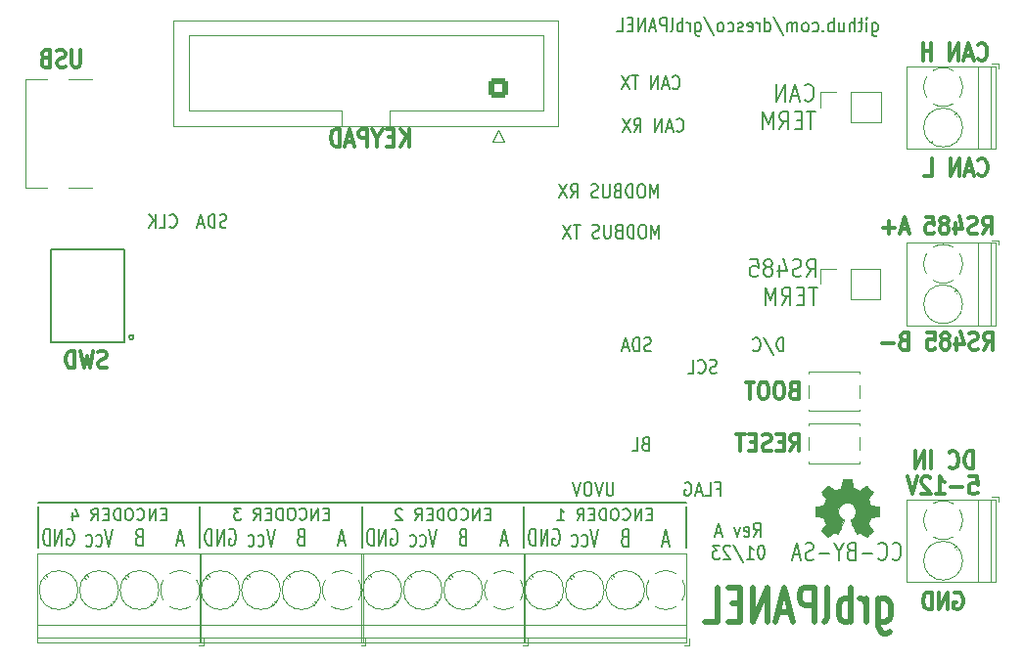
<source format=gbo>
%TF.GenerationSoftware,KiCad,Pcbnew,6.0.9-1.fc35*%
%TF.CreationDate,2023-01-18T17:07:39+00:00*%
%TF.ProjectId,grblPANEL,6772626c-5041-44e4-954c-2e6b69636164,rev?*%
%TF.SameCoordinates,Original*%
%TF.FileFunction,Legend,Bot*%
%TF.FilePolarity,Positive*%
%FSLAX46Y46*%
G04 Gerber Fmt 4.6, Leading zero omitted, Abs format (unit mm)*
G04 Created by KiCad (PCBNEW 6.0.9-1.fc35) date 2023-01-18 17:07:39*
%MOMM*%
%LPD*%
G01*
G04 APERTURE LIST*
G04 Aperture macros list*
%AMRoundRect*
0 Rectangle with rounded corners*
0 $1 Rounding radius*
0 $2 $3 $4 $5 $6 $7 $8 $9 X,Y pos of 4 corners*
0 Add a 4 corners polygon primitive as box body*
4,1,4,$2,$3,$4,$5,$6,$7,$8,$9,$2,$3,0*
0 Add four circle primitives for the rounded corners*
1,1,$1+$1,$2,$3*
1,1,$1+$1,$4,$5*
1,1,$1+$1,$6,$7*
1,1,$1+$1,$8,$9*
0 Add four rect primitives between the rounded corners*
20,1,$1+$1,$2,$3,$4,$5,0*
20,1,$1+$1,$4,$5,$6,$7,0*
20,1,$1+$1,$6,$7,$8,$9,0*
20,1,$1+$1,$8,$9,$2,$3,0*%
G04 Aperture macros list end*
%ADD10C,0.150000*%
%ADD11C,0.200000*%
%ADD12C,0.300000*%
%ADD13C,0.500000*%
%ADD14C,0.120000*%
%ADD15C,0.002540*%
%ADD16C,2.000000*%
%ADD17R,2.400000X2.400000*%
%ADD18C,2.400000*%
%ADD19R,1.700000X1.700000*%
%ADD20O,1.700000X1.700000*%
%ADD21R,1.050000X0.650000*%
%ADD22R,0.740000X2.790000*%
%ADD23C,0.650000*%
%ADD24R,1.450000X0.600000*%
%ADD25R,1.450000X0.300000*%
%ADD26O,2.100000X1.000000*%
%ADD27O,1.600000X1.000000*%
%ADD28RoundRect,0.250000X0.600000X-0.600000X0.600000X0.600000X-0.600000X0.600000X-0.600000X-0.600000X0*%
%ADD29C,1.700000*%
G04 APERTURE END LIST*
D10*
X161800000Y-117400000D02*
X105700000Y-117400000D01*
X147700000Y-121300000D02*
X147700000Y-117800000D01*
X105700000Y-121300000D02*
X105700000Y-117800000D01*
X119700000Y-121300000D02*
X119700000Y-117800000D01*
X161800000Y-121300000D02*
X161800000Y-117800000D01*
D11*
X114000000Y-103100000D02*
G75*
G03*
X114000000Y-103100000I-200000J0D01*
G01*
D10*
X133800000Y-121300000D02*
X133800000Y-117800000D01*
D12*
X111664285Y-105707142D02*
X111478571Y-105778571D01*
X111169047Y-105778571D01*
X111045238Y-105707142D01*
X110983333Y-105635714D01*
X110921428Y-105492857D01*
X110921428Y-105350000D01*
X110983333Y-105207142D01*
X111045238Y-105135714D01*
X111169047Y-105064285D01*
X111416666Y-104992857D01*
X111540476Y-104921428D01*
X111602380Y-104850000D01*
X111664285Y-104707142D01*
X111664285Y-104564285D01*
X111602380Y-104421428D01*
X111540476Y-104350000D01*
X111416666Y-104278571D01*
X111107142Y-104278571D01*
X110921428Y-104350000D01*
X110488095Y-104278571D02*
X110178571Y-105778571D01*
X109930952Y-104707142D01*
X109683333Y-105778571D01*
X109373809Y-104278571D01*
X108878571Y-105778571D02*
X108878571Y-104278571D01*
X108569047Y-104278571D01*
X108383333Y-104350000D01*
X108259523Y-104492857D01*
X108197619Y-104635714D01*
X108135714Y-104921428D01*
X108135714Y-105135714D01*
X108197619Y-105421428D01*
X108259523Y-105564285D01*
X108383333Y-105707142D01*
X108569047Y-105778571D01*
X108878571Y-105778571D01*
D11*
X128428571Y-120392857D02*
X128285714Y-120464285D01*
X128238095Y-120535714D01*
X128190476Y-120678571D01*
X128190476Y-120892857D01*
X128238095Y-121035714D01*
X128285714Y-121107142D01*
X128380952Y-121178571D01*
X128761904Y-121178571D01*
X128761904Y-119678571D01*
X128428571Y-119678571D01*
X128333333Y-119750000D01*
X128285714Y-119821428D01*
X128238095Y-119964285D01*
X128238095Y-120107142D01*
X128285714Y-120250000D01*
X128333333Y-120321428D01*
X128428571Y-120392857D01*
X128761904Y-120392857D01*
D12*
X187011904Y-78985714D02*
X187073809Y-79057142D01*
X187259523Y-79128571D01*
X187383333Y-79128571D01*
X187569047Y-79057142D01*
X187692857Y-78914285D01*
X187754761Y-78771428D01*
X187816666Y-78485714D01*
X187816666Y-78271428D01*
X187754761Y-77985714D01*
X187692857Y-77842857D01*
X187569047Y-77700000D01*
X187383333Y-77628571D01*
X187259523Y-77628571D01*
X187073809Y-77700000D01*
X187011904Y-77771428D01*
X186516666Y-78700000D02*
X185897619Y-78700000D01*
X186640476Y-79128571D02*
X186207142Y-77628571D01*
X185773809Y-79128571D01*
X185340476Y-79128571D02*
X185340476Y-77628571D01*
X184597619Y-79128571D01*
X184597619Y-77628571D01*
X182988095Y-79128571D02*
X182988095Y-77628571D01*
X182988095Y-78342857D02*
X182245238Y-78342857D01*
X182245238Y-79128571D02*
X182245238Y-77628571D01*
X187038142Y-88985714D02*
X187100047Y-89057142D01*
X187285761Y-89128571D01*
X187409571Y-89128571D01*
X187595285Y-89057142D01*
X187719095Y-88914285D01*
X187781000Y-88771428D01*
X187842904Y-88485714D01*
X187842904Y-88271428D01*
X187781000Y-87985714D01*
X187719095Y-87842857D01*
X187595285Y-87700000D01*
X187409571Y-87628571D01*
X187285761Y-87628571D01*
X187100047Y-87700000D01*
X187038142Y-87771428D01*
X186542904Y-88700000D02*
X185923857Y-88700000D01*
X186666714Y-89128571D02*
X186233380Y-87628571D01*
X185800047Y-89128571D01*
X185366714Y-89128571D02*
X185366714Y-87628571D01*
X184623857Y-89128571D01*
X184623857Y-87628571D01*
X182395285Y-89128571D02*
X183014333Y-89128571D01*
X183014333Y-87628571D01*
D11*
X142428571Y-120392857D02*
X142285714Y-120464285D01*
X142238095Y-120535714D01*
X142190476Y-120678571D01*
X142190476Y-120892857D01*
X142238095Y-121035714D01*
X142285714Y-121107142D01*
X142380952Y-121178571D01*
X142761904Y-121178571D01*
X142761904Y-119678571D01*
X142428571Y-119678571D01*
X142333333Y-119750000D01*
X142285714Y-119821428D01*
X142238095Y-119964285D01*
X142238095Y-120107142D01*
X142285714Y-120250000D01*
X142333333Y-120321428D01*
X142428571Y-120392857D01*
X142761904Y-120392857D01*
D10*
X144821428Y-118428571D02*
X144488095Y-118428571D01*
X144345238Y-118952380D02*
X144821428Y-118952380D01*
X144821428Y-117952380D01*
X144345238Y-117952380D01*
X143916666Y-118952380D02*
X143916666Y-117952380D01*
X143345238Y-118952380D01*
X143345238Y-117952380D01*
X142297619Y-118857142D02*
X142345238Y-118904761D01*
X142488095Y-118952380D01*
X142583333Y-118952380D01*
X142726190Y-118904761D01*
X142821428Y-118809523D01*
X142869047Y-118714285D01*
X142916666Y-118523809D01*
X142916666Y-118380952D01*
X142869047Y-118190476D01*
X142821428Y-118095238D01*
X142726190Y-118000000D01*
X142583333Y-117952380D01*
X142488095Y-117952380D01*
X142345238Y-118000000D01*
X142297619Y-118047619D01*
X141678571Y-117952380D02*
X141488095Y-117952380D01*
X141392857Y-118000000D01*
X141297619Y-118095238D01*
X141250000Y-118285714D01*
X141250000Y-118619047D01*
X141297619Y-118809523D01*
X141392857Y-118904761D01*
X141488095Y-118952380D01*
X141678571Y-118952380D01*
X141773809Y-118904761D01*
X141869047Y-118809523D01*
X141916666Y-118619047D01*
X141916666Y-118285714D01*
X141869047Y-118095238D01*
X141773809Y-118000000D01*
X141678571Y-117952380D01*
X140821428Y-118952380D02*
X140821428Y-117952380D01*
X140583333Y-117952380D01*
X140440476Y-118000000D01*
X140345238Y-118095238D01*
X140297619Y-118190476D01*
X140250000Y-118380952D01*
X140250000Y-118523809D01*
X140297619Y-118714285D01*
X140345238Y-118809523D01*
X140440476Y-118904761D01*
X140583333Y-118952380D01*
X140821428Y-118952380D01*
X139821428Y-118428571D02*
X139488095Y-118428571D01*
X139345238Y-118952380D02*
X139821428Y-118952380D01*
X139821428Y-117952380D01*
X139345238Y-117952380D01*
X138345238Y-118952380D02*
X138678571Y-118476190D01*
X138916666Y-118952380D02*
X138916666Y-117952380D01*
X138535714Y-117952380D01*
X138440476Y-118000000D01*
X138392857Y-118047619D01*
X138345238Y-118142857D01*
X138345238Y-118285714D01*
X138392857Y-118380952D01*
X138440476Y-118428571D01*
X138535714Y-118476190D01*
X138916666Y-118476190D01*
X137202380Y-118047619D02*
X137154761Y-118000000D01*
X137059523Y-117952380D01*
X136821428Y-117952380D01*
X136726190Y-118000000D01*
X136678571Y-118047619D01*
X136630952Y-118142857D01*
X136630952Y-118238095D01*
X136678571Y-118380952D01*
X137250000Y-118952380D01*
X136630952Y-118952380D01*
D11*
X179614285Y-122235714D02*
X179671428Y-122307142D01*
X179842857Y-122378571D01*
X179957142Y-122378571D01*
X180128571Y-122307142D01*
X180242857Y-122164285D01*
X180300000Y-122021428D01*
X180357142Y-121735714D01*
X180357142Y-121521428D01*
X180300000Y-121235714D01*
X180242857Y-121092857D01*
X180128571Y-120950000D01*
X179957142Y-120878571D01*
X179842857Y-120878571D01*
X179671428Y-120950000D01*
X179614285Y-121021428D01*
X178414285Y-122235714D02*
X178471428Y-122307142D01*
X178642857Y-122378571D01*
X178757142Y-122378571D01*
X178928571Y-122307142D01*
X179042857Y-122164285D01*
X179100000Y-122021428D01*
X179157142Y-121735714D01*
X179157142Y-121521428D01*
X179100000Y-121235714D01*
X179042857Y-121092857D01*
X178928571Y-120950000D01*
X178757142Y-120878571D01*
X178642857Y-120878571D01*
X178471428Y-120950000D01*
X178414285Y-121021428D01*
X177900000Y-121807142D02*
X176985714Y-121807142D01*
X176014285Y-121592857D02*
X175842857Y-121664285D01*
X175785714Y-121735714D01*
X175728571Y-121878571D01*
X175728571Y-122092857D01*
X175785714Y-122235714D01*
X175842857Y-122307142D01*
X175957142Y-122378571D01*
X176414285Y-122378571D01*
X176414285Y-120878571D01*
X176014285Y-120878571D01*
X175900000Y-120950000D01*
X175842857Y-121021428D01*
X175785714Y-121164285D01*
X175785714Y-121307142D01*
X175842857Y-121450000D01*
X175900000Y-121521428D01*
X176014285Y-121592857D01*
X176414285Y-121592857D01*
X174985714Y-121664285D02*
X174985714Y-122378571D01*
X175385714Y-120878571D02*
X174985714Y-121664285D01*
X174585714Y-120878571D01*
X174185714Y-121807142D02*
X173271428Y-121807142D01*
X172757142Y-122307142D02*
X172585714Y-122378571D01*
X172300000Y-122378571D01*
X172185714Y-122307142D01*
X172128571Y-122235714D01*
X172071428Y-122092857D01*
X172071428Y-121950000D01*
X172128571Y-121807142D01*
X172185714Y-121735714D01*
X172300000Y-121664285D01*
X172528571Y-121592857D01*
X172642857Y-121521428D01*
X172700000Y-121450000D01*
X172757142Y-121307142D01*
X172757142Y-121164285D01*
X172700000Y-121021428D01*
X172642857Y-120950000D01*
X172528571Y-120878571D01*
X172242857Y-120878571D01*
X172071428Y-120950000D01*
X171614285Y-121950000D02*
X171042857Y-121950000D01*
X171728571Y-122378571D02*
X171328571Y-120878571D01*
X170928571Y-122378571D01*
X154190476Y-119692938D02*
X153857142Y-121192938D01*
X153523809Y-119692938D01*
X152761904Y-121121509D02*
X152857142Y-121192938D01*
X153047619Y-121192938D01*
X153142857Y-121121509D01*
X153190476Y-121050081D01*
X153238095Y-120907224D01*
X153238095Y-120478652D01*
X153190476Y-120335795D01*
X153142857Y-120264367D01*
X153047619Y-120192938D01*
X152857142Y-120192938D01*
X152761904Y-120264367D01*
X151904761Y-121121509D02*
X152000000Y-121192938D01*
X152190476Y-121192938D01*
X152285714Y-121121509D01*
X152333333Y-121050081D01*
X152380952Y-120907224D01*
X152380952Y-120478652D01*
X152333333Y-120335795D01*
X152285714Y-120264367D01*
X152190476Y-120192938D01*
X152000000Y-120192938D01*
X151904761Y-120264367D01*
D12*
X187523809Y-104178571D02*
X187957142Y-103464285D01*
X188266666Y-104178571D02*
X188266666Y-102678571D01*
X187771428Y-102678571D01*
X187647619Y-102750000D01*
X187585714Y-102821428D01*
X187523809Y-102964285D01*
X187523809Y-103178571D01*
X187585714Y-103321428D01*
X187647619Y-103392857D01*
X187771428Y-103464285D01*
X188266666Y-103464285D01*
X187028571Y-104107142D02*
X186842857Y-104178571D01*
X186533333Y-104178571D01*
X186409523Y-104107142D01*
X186347619Y-104035714D01*
X186285714Y-103892857D01*
X186285714Y-103750000D01*
X186347619Y-103607142D01*
X186409523Y-103535714D01*
X186533333Y-103464285D01*
X186780952Y-103392857D01*
X186904761Y-103321428D01*
X186966666Y-103250000D01*
X187028571Y-103107142D01*
X187028571Y-102964285D01*
X186966666Y-102821428D01*
X186904761Y-102750000D01*
X186780952Y-102678571D01*
X186471428Y-102678571D01*
X186285714Y-102750000D01*
X185171428Y-103178571D02*
X185171428Y-104178571D01*
X185480952Y-102607142D02*
X185790476Y-103678571D01*
X184985714Y-103678571D01*
X184304761Y-103321428D02*
X184428571Y-103250000D01*
X184490476Y-103178571D01*
X184552380Y-103035714D01*
X184552380Y-102964285D01*
X184490476Y-102821428D01*
X184428571Y-102750000D01*
X184304761Y-102678571D01*
X184057142Y-102678571D01*
X183933333Y-102750000D01*
X183871428Y-102821428D01*
X183809523Y-102964285D01*
X183809523Y-103035714D01*
X183871428Y-103178571D01*
X183933333Y-103250000D01*
X184057142Y-103321428D01*
X184304761Y-103321428D01*
X184428571Y-103392857D01*
X184490476Y-103464285D01*
X184552380Y-103607142D01*
X184552380Y-103892857D01*
X184490476Y-104035714D01*
X184428571Y-104107142D01*
X184304761Y-104178571D01*
X184057142Y-104178571D01*
X183933333Y-104107142D01*
X183871428Y-104035714D01*
X183809523Y-103892857D01*
X183809523Y-103607142D01*
X183871428Y-103464285D01*
X183933333Y-103392857D01*
X184057142Y-103321428D01*
X182633333Y-102678571D02*
X183252380Y-102678571D01*
X183314285Y-103392857D01*
X183252380Y-103321428D01*
X183128571Y-103250000D01*
X182819047Y-103250000D01*
X182695238Y-103321428D01*
X182633333Y-103392857D01*
X182571428Y-103535714D01*
X182571428Y-103892857D01*
X182633333Y-104035714D01*
X182695238Y-104107142D01*
X182819047Y-104178571D01*
X183128571Y-104178571D01*
X183252380Y-104107142D01*
X183314285Y-104035714D01*
X180590476Y-103392857D02*
X180404761Y-103464285D01*
X180342857Y-103535714D01*
X180280952Y-103678571D01*
X180280952Y-103892857D01*
X180342857Y-104035714D01*
X180404761Y-104107142D01*
X180528571Y-104178571D01*
X181023809Y-104178571D01*
X181023809Y-102678571D01*
X180590476Y-102678571D01*
X180466666Y-102750000D01*
X180404761Y-102821428D01*
X180342857Y-102964285D01*
X180342857Y-103107142D01*
X180404761Y-103250000D01*
X180466666Y-103321428D01*
X180590476Y-103392857D01*
X181023809Y-103392857D01*
X179723809Y-103607142D02*
X178733333Y-103607142D01*
D10*
X130871428Y-118389294D02*
X130538095Y-118389294D01*
X130395238Y-118913103D02*
X130871428Y-118913103D01*
X130871428Y-117913103D01*
X130395238Y-117913103D01*
X129966666Y-118913103D02*
X129966666Y-117913103D01*
X129395238Y-118913103D01*
X129395238Y-117913103D01*
X128347619Y-118817865D02*
X128395238Y-118865484D01*
X128538095Y-118913103D01*
X128633333Y-118913103D01*
X128776190Y-118865484D01*
X128871428Y-118770246D01*
X128919047Y-118675008D01*
X128966666Y-118484532D01*
X128966666Y-118341675D01*
X128919047Y-118151199D01*
X128871428Y-118055961D01*
X128776190Y-117960723D01*
X128633333Y-117913103D01*
X128538095Y-117913103D01*
X128395238Y-117960723D01*
X128347619Y-118008342D01*
X127728571Y-117913103D02*
X127538095Y-117913103D01*
X127442857Y-117960723D01*
X127347619Y-118055961D01*
X127300000Y-118246437D01*
X127300000Y-118579770D01*
X127347619Y-118770246D01*
X127442857Y-118865484D01*
X127538095Y-118913103D01*
X127728571Y-118913103D01*
X127823809Y-118865484D01*
X127919047Y-118770246D01*
X127966666Y-118579770D01*
X127966666Y-118246437D01*
X127919047Y-118055961D01*
X127823809Y-117960723D01*
X127728571Y-117913103D01*
X126871428Y-118913103D02*
X126871428Y-117913103D01*
X126633333Y-117913103D01*
X126490476Y-117960723D01*
X126395238Y-118055961D01*
X126347619Y-118151199D01*
X126300000Y-118341675D01*
X126300000Y-118484532D01*
X126347619Y-118675008D01*
X126395238Y-118770246D01*
X126490476Y-118865484D01*
X126633333Y-118913103D01*
X126871428Y-118913103D01*
X125871428Y-118389294D02*
X125538095Y-118389294D01*
X125395238Y-118913103D02*
X125871428Y-118913103D01*
X125871428Y-117913103D01*
X125395238Y-117913103D01*
X124395238Y-118913103D02*
X124728571Y-118436913D01*
X124966666Y-118913103D02*
X124966666Y-117913103D01*
X124585714Y-117913103D01*
X124490476Y-117960723D01*
X124442857Y-118008342D01*
X124395238Y-118103580D01*
X124395238Y-118246437D01*
X124442857Y-118341675D01*
X124490476Y-118389294D01*
X124585714Y-118436913D01*
X124966666Y-118436913D01*
X123300000Y-117913103D02*
X122680952Y-117913103D01*
X123014285Y-118294056D01*
X122871428Y-118294056D01*
X122776190Y-118341675D01*
X122728571Y-118389294D01*
X122680952Y-118484532D01*
X122680952Y-118722627D01*
X122728571Y-118817865D01*
X122776190Y-118865484D01*
X122871428Y-118913103D01*
X123157142Y-118913103D01*
X123252380Y-118865484D01*
X123300000Y-118817865D01*
D11*
X108261904Y-119750000D02*
X108357142Y-119678571D01*
X108500000Y-119678571D01*
X108642857Y-119750000D01*
X108738095Y-119892857D01*
X108785714Y-120035714D01*
X108833333Y-120321428D01*
X108833333Y-120535714D01*
X108785714Y-120821428D01*
X108738095Y-120964285D01*
X108642857Y-121107142D01*
X108500000Y-121178571D01*
X108404761Y-121178571D01*
X108261904Y-121107142D01*
X108214285Y-121035714D01*
X108214285Y-120535714D01*
X108404761Y-120535714D01*
X107785714Y-121178571D02*
X107785714Y-119678571D01*
X107214285Y-121178571D01*
X107214285Y-119678571D01*
X106738095Y-121178571D02*
X106738095Y-119678571D01*
X106500000Y-119678571D01*
X106357142Y-119750000D01*
X106261904Y-119892857D01*
X106214285Y-120035714D01*
X106166666Y-120321428D01*
X106166666Y-120535714D01*
X106214285Y-120821428D01*
X106261904Y-120964285D01*
X106357142Y-121107142D01*
X106500000Y-121178571D01*
X106738095Y-121178571D01*
X158233333Y-112314285D02*
X158090476Y-112371428D01*
X158042857Y-112428571D01*
X157995238Y-112542857D01*
X157995238Y-112714285D01*
X158042857Y-112828571D01*
X158090476Y-112885714D01*
X158185714Y-112942857D01*
X158566666Y-112942857D01*
X158566666Y-111742857D01*
X158233333Y-111742857D01*
X158138095Y-111800000D01*
X158090476Y-111857142D01*
X158042857Y-111971428D01*
X158042857Y-112085714D01*
X158090476Y-112200000D01*
X158138095Y-112257142D01*
X158233333Y-112314285D01*
X158566666Y-112314285D01*
X157090476Y-112942857D02*
X157566666Y-112942857D01*
X157566666Y-111742857D01*
D12*
X184990476Y-125250000D02*
X185114285Y-125178571D01*
X185300000Y-125178571D01*
X185485714Y-125250000D01*
X185609523Y-125392857D01*
X185671428Y-125535714D01*
X185733333Y-125821428D01*
X185733333Y-126035714D01*
X185671428Y-126321428D01*
X185609523Y-126464285D01*
X185485714Y-126607142D01*
X185300000Y-126678571D01*
X185176190Y-126678571D01*
X184990476Y-126607142D01*
X184928571Y-126535714D01*
X184928571Y-126035714D01*
X185176190Y-126035714D01*
X184371428Y-126678571D02*
X184371428Y-125178571D01*
X183628571Y-126678571D01*
X183628571Y-125178571D01*
X183009523Y-126678571D02*
X183009523Y-125178571D01*
X182700000Y-125178571D01*
X182514285Y-125250000D01*
X182390476Y-125392857D01*
X182328571Y-125535714D01*
X182266666Y-125821428D01*
X182266666Y-126035714D01*
X182328571Y-126321428D01*
X182390476Y-126464285D01*
X182514285Y-126607142D01*
X182700000Y-126678571D01*
X183009523Y-126678571D01*
D11*
X159331904Y-91042857D02*
X159331904Y-89842857D01*
X158998571Y-90700000D01*
X158665238Y-89842857D01*
X158665238Y-91042857D01*
X157998571Y-89842857D02*
X157808095Y-89842857D01*
X157712857Y-89900000D01*
X157617619Y-90014285D01*
X157570000Y-90242857D01*
X157570000Y-90642857D01*
X157617619Y-90871428D01*
X157712857Y-90985714D01*
X157808095Y-91042857D01*
X157998571Y-91042857D01*
X158093809Y-90985714D01*
X158189047Y-90871428D01*
X158236666Y-90642857D01*
X158236666Y-90242857D01*
X158189047Y-90014285D01*
X158093809Y-89900000D01*
X157998571Y-89842857D01*
X157141428Y-91042857D02*
X157141428Y-89842857D01*
X156903333Y-89842857D01*
X156760476Y-89900000D01*
X156665238Y-90014285D01*
X156617619Y-90128571D01*
X156570000Y-90357142D01*
X156570000Y-90528571D01*
X156617619Y-90757142D01*
X156665238Y-90871428D01*
X156760476Y-90985714D01*
X156903333Y-91042857D01*
X157141428Y-91042857D01*
X155808095Y-90414285D02*
X155665238Y-90471428D01*
X155617619Y-90528571D01*
X155570000Y-90642857D01*
X155570000Y-90814285D01*
X155617619Y-90928571D01*
X155665238Y-90985714D01*
X155760476Y-91042857D01*
X156141428Y-91042857D01*
X156141428Y-89842857D01*
X155808095Y-89842857D01*
X155712857Y-89900000D01*
X155665238Y-89957142D01*
X155617619Y-90071428D01*
X155617619Y-90185714D01*
X155665238Y-90300000D01*
X155712857Y-90357142D01*
X155808095Y-90414285D01*
X156141428Y-90414285D01*
X155141428Y-89842857D02*
X155141428Y-90814285D01*
X155093809Y-90928571D01*
X155046190Y-90985714D01*
X154950952Y-91042857D01*
X154760476Y-91042857D01*
X154665238Y-90985714D01*
X154617619Y-90928571D01*
X154570000Y-90814285D01*
X154570000Y-89842857D01*
X154141428Y-90985714D02*
X153998571Y-91042857D01*
X153760476Y-91042857D01*
X153665238Y-90985714D01*
X153617619Y-90928571D01*
X153570000Y-90814285D01*
X153570000Y-90700000D01*
X153617619Y-90585714D01*
X153665238Y-90528571D01*
X153760476Y-90471428D01*
X153950952Y-90414285D01*
X154046190Y-90357142D01*
X154093809Y-90300000D01*
X154141428Y-90185714D01*
X154141428Y-90071428D01*
X154093809Y-89957142D01*
X154046190Y-89900000D01*
X153950952Y-89842857D01*
X153712857Y-89842857D01*
X153570000Y-89900000D01*
X151808095Y-91042857D02*
X152141428Y-90471428D01*
X152379523Y-91042857D02*
X152379523Y-89842857D01*
X151998571Y-89842857D01*
X151903333Y-89900000D01*
X151855714Y-89957142D01*
X151808095Y-90071428D01*
X151808095Y-90242857D01*
X151855714Y-90357142D01*
X151903333Y-90414285D01*
X151998571Y-90471428D01*
X152379523Y-90471428D01*
X151474761Y-89842857D02*
X150808095Y-91042857D01*
X150808095Y-89842857D02*
X151474761Y-91042857D01*
X136261904Y-119750000D02*
X136357142Y-119678571D01*
X136500000Y-119678571D01*
X136642857Y-119750000D01*
X136738095Y-119892857D01*
X136785714Y-120035714D01*
X136833333Y-120321428D01*
X136833333Y-120535714D01*
X136785714Y-120821428D01*
X136738095Y-120964285D01*
X136642857Y-121107142D01*
X136500000Y-121178571D01*
X136404761Y-121178571D01*
X136261904Y-121107142D01*
X136214285Y-121035714D01*
X136214285Y-120535714D01*
X136404761Y-120535714D01*
X135785714Y-121178571D02*
X135785714Y-119678571D01*
X135214285Y-121178571D01*
X135214285Y-119678571D01*
X134738095Y-121178571D02*
X134738095Y-119678571D01*
X134500000Y-119678571D01*
X134357142Y-119750000D01*
X134261904Y-119892857D01*
X134214285Y-120035714D01*
X134166666Y-120321428D01*
X134166666Y-120535714D01*
X134214285Y-120821428D01*
X134261904Y-120964285D01*
X134357142Y-121107142D01*
X134500000Y-121178571D01*
X134738095Y-121178571D01*
X155466666Y-115642857D02*
X155466666Y-116614285D01*
X155419047Y-116728571D01*
X155371428Y-116785714D01*
X155276190Y-116842857D01*
X155085714Y-116842857D01*
X154990476Y-116785714D01*
X154942857Y-116728571D01*
X154895238Y-116614285D01*
X154895238Y-115642857D01*
X154561904Y-115642857D02*
X154228571Y-116842857D01*
X153895238Y-115642857D01*
X153371428Y-115642857D02*
X153180952Y-115642857D01*
X153085714Y-115700000D01*
X152990476Y-115814285D01*
X152942857Y-116042857D01*
X152942857Y-116442857D01*
X152990476Y-116671428D01*
X153085714Y-116785714D01*
X153180952Y-116842857D01*
X153371428Y-116842857D01*
X153466666Y-116785714D01*
X153561904Y-116671428D01*
X153609523Y-116442857D01*
X153609523Y-116042857D01*
X153561904Y-115814285D01*
X153466666Y-115700000D01*
X153371428Y-115642857D01*
X152657142Y-115642857D02*
X152323809Y-116842857D01*
X151990476Y-115642857D01*
X132238095Y-120750000D02*
X131761904Y-120750000D01*
X132333333Y-121178571D02*
X132000000Y-119678571D01*
X131666666Y-121178571D01*
X117095238Y-93528571D02*
X117142857Y-93585714D01*
X117285714Y-93642857D01*
X117380952Y-93642857D01*
X117523809Y-93585714D01*
X117619047Y-93471428D01*
X117666666Y-93357142D01*
X117714285Y-93128571D01*
X117714285Y-92957142D01*
X117666666Y-92728571D01*
X117619047Y-92614285D01*
X117523809Y-92500000D01*
X117380952Y-92442857D01*
X117285714Y-92442857D01*
X117142857Y-92500000D01*
X117095238Y-92557142D01*
X116190476Y-93642857D02*
X116666666Y-93642857D01*
X116666666Y-92442857D01*
X115857142Y-93642857D02*
X115857142Y-92442857D01*
X115285714Y-93642857D02*
X115714285Y-92957142D01*
X115285714Y-92442857D02*
X115857142Y-93128571D01*
X112190476Y-119692938D02*
X111857142Y-121192938D01*
X111523809Y-119692938D01*
X110761904Y-121121509D02*
X110857142Y-121192938D01*
X111047619Y-121192938D01*
X111142857Y-121121509D01*
X111190476Y-121050081D01*
X111238095Y-120907224D01*
X111238095Y-120478652D01*
X111190476Y-120335795D01*
X111142857Y-120264367D01*
X111047619Y-120192938D01*
X110857142Y-120192938D01*
X110761904Y-120264367D01*
X109904761Y-121121509D02*
X110000000Y-121192938D01*
X110190476Y-121192938D01*
X110285714Y-121121509D01*
X110333333Y-121050081D01*
X110380952Y-120907224D01*
X110380952Y-120478652D01*
X110333333Y-120335795D01*
X110285714Y-120264367D01*
X110190476Y-120192938D01*
X110000000Y-120192938D01*
X109904761Y-120264367D01*
X126190476Y-119692938D02*
X125857142Y-121192938D01*
X125523809Y-119692938D01*
X124761904Y-121121509D02*
X124857142Y-121192938D01*
X125047619Y-121192938D01*
X125142857Y-121121509D01*
X125190476Y-121050081D01*
X125238095Y-120907224D01*
X125238095Y-120478652D01*
X125190476Y-120335795D01*
X125142857Y-120264367D01*
X125047619Y-120192938D01*
X124857142Y-120192938D01*
X124761904Y-120264367D01*
X123904761Y-121121509D02*
X124000000Y-121192938D01*
X124190476Y-121192938D01*
X124285714Y-121121509D01*
X124333333Y-121050081D01*
X124380952Y-120907224D01*
X124380952Y-120478652D01*
X124333333Y-120335795D01*
X124285714Y-120264367D01*
X124190476Y-120192938D01*
X124000000Y-120192938D01*
X123904761Y-120264367D01*
X170185714Y-104342857D02*
X170185714Y-103142857D01*
X169947619Y-103142857D01*
X169804761Y-103200000D01*
X169709523Y-103314285D01*
X169661904Y-103428571D01*
X169614285Y-103657142D01*
X169614285Y-103828571D01*
X169661904Y-104057142D01*
X169709523Y-104171428D01*
X169804761Y-104285714D01*
X169947619Y-104342857D01*
X170185714Y-104342857D01*
X168471428Y-103085714D02*
X169328571Y-104628571D01*
X167566666Y-104228571D02*
X167614285Y-104285714D01*
X167757142Y-104342857D01*
X167852380Y-104342857D01*
X167995238Y-104285714D01*
X168090476Y-104171428D01*
X168138095Y-104057142D01*
X168185714Y-103828571D01*
X168185714Y-103657142D01*
X168138095Y-103428571D01*
X168090476Y-103314285D01*
X167995238Y-103200000D01*
X167852380Y-103142857D01*
X167757142Y-103142857D01*
X167614285Y-103200000D01*
X167566666Y-103257142D01*
X177861904Y-75842857D02*
X177861904Y-76814285D01*
X177909523Y-76928571D01*
X177957142Y-76985714D01*
X178052380Y-77042857D01*
X178195238Y-77042857D01*
X178290476Y-76985714D01*
X177861904Y-76585714D02*
X177957142Y-76642857D01*
X178147619Y-76642857D01*
X178242857Y-76585714D01*
X178290476Y-76528571D01*
X178338095Y-76414285D01*
X178338095Y-76071428D01*
X178290476Y-75957142D01*
X178242857Y-75900000D01*
X178147619Y-75842857D01*
X177957142Y-75842857D01*
X177861904Y-75900000D01*
X177385714Y-76642857D02*
X177385714Y-75842857D01*
X177385714Y-75442857D02*
X177433333Y-75500000D01*
X177385714Y-75557142D01*
X177338095Y-75500000D01*
X177385714Y-75442857D01*
X177385714Y-75557142D01*
X177052380Y-75842857D02*
X176671428Y-75842857D01*
X176909523Y-75442857D02*
X176909523Y-76471428D01*
X176861904Y-76585714D01*
X176766666Y-76642857D01*
X176671428Y-76642857D01*
X176338095Y-76642857D02*
X176338095Y-75442857D01*
X175909523Y-76642857D02*
X175909523Y-76014285D01*
X175957142Y-75900000D01*
X176052380Y-75842857D01*
X176195238Y-75842857D01*
X176290476Y-75900000D01*
X176338095Y-75957142D01*
X175004761Y-75842857D02*
X175004761Y-76642857D01*
X175433333Y-75842857D02*
X175433333Y-76471428D01*
X175385714Y-76585714D01*
X175290476Y-76642857D01*
X175147619Y-76642857D01*
X175052380Y-76585714D01*
X175004761Y-76528571D01*
X174528571Y-76642857D02*
X174528571Y-75442857D01*
X174528571Y-75900000D02*
X174433333Y-75842857D01*
X174242857Y-75842857D01*
X174147619Y-75900000D01*
X174100000Y-75957142D01*
X174052380Y-76071428D01*
X174052380Y-76414285D01*
X174100000Y-76528571D01*
X174147619Y-76585714D01*
X174242857Y-76642857D01*
X174433333Y-76642857D01*
X174528571Y-76585714D01*
X173623809Y-76528571D02*
X173576190Y-76585714D01*
X173623809Y-76642857D01*
X173671428Y-76585714D01*
X173623809Y-76528571D01*
X173623809Y-76642857D01*
X172719047Y-76585714D02*
X172814285Y-76642857D01*
X173004761Y-76642857D01*
X173100000Y-76585714D01*
X173147619Y-76528571D01*
X173195238Y-76414285D01*
X173195238Y-76071428D01*
X173147619Y-75957142D01*
X173100000Y-75900000D01*
X173004761Y-75842857D01*
X172814285Y-75842857D01*
X172719047Y-75900000D01*
X172147619Y-76642857D02*
X172242857Y-76585714D01*
X172290476Y-76528571D01*
X172338095Y-76414285D01*
X172338095Y-76071428D01*
X172290476Y-75957142D01*
X172242857Y-75900000D01*
X172147619Y-75842857D01*
X172004761Y-75842857D01*
X171909523Y-75900000D01*
X171861904Y-75957142D01*
X171814285Y-76071428D01*
X171814285Y-76414285D01*
X171861904Y-76528571D01*
X171909523Y-76585714D01*
X172004761Y-76642857D01*
X172147619Y-76642857D01*
X171385714Y-76642857D02*
X171385714Y-75842857D01*
X171385714Y-75957142D02*
X171338095Y-75900000D01*
X171242857Y-75842857D01*
X171100000Y-75842857D01*
X171004761Y-75900000D01*
X170957142Y-76014285D01*
X170957142Y-76642857D01*
X170957142Y-76014285D02*
X170909523Y-75900000D01*
X170814285Y-75842857D01*
X170671428Y-75842857D01*
X170576190Y-75900000D01*
X170528571Y-76014285D01*
X170528571Y-76642857D01*
X169338095Y-75385714D02*
X170195238Y-76928571D01*
X168576190Y-76642857D02*
X168576190Y-75442857D01*
X168576190Y-76585714D02*
X168671428Y-76642857D01*
X168861904Y-76642857D01*
X168957142Y-76585714D01*
X169004761Y-76528571D01*
X169052380Y-76414285D01*
X169052380Y-76071428D01*
X169004761Y-75957142D01*
X168957142Y-75900000D01*
X168861904Y-75842857D01*
X168671428Y-75842857D01*
X168576190Y-75900000D01*
X168100000Y-76642857D02*
X168100000Y-75842857D01*
X168100000Y-76071428D02*
X168052380Y-75957142D01*
X168004761Y-75900000D01*
X167909523Y-75842857D01*
X167814285Y-75842857D01*
X167100000Y-76585714D02*
X167195238Y-76642857D01*
X167385714Y-76642857D01*
X167480952Y-76585714D01*
X167528571Y-76471428D01*
X167528571Y-76014285D01*
X167480952Y-75900000D01*
X167385714Y-75842857D01*
X167195238Y-75842857D01*
X167100000Y-75900000D01*
X167052380Y-76014285D01*
X167052380Y-76128571D01*
X167528571Y-76242857D01*
X166671428Y-76585714D02*
X166576190Y-76642857D01*
X166385714Y-76642857D01*
X166290476Y-76585714D01*
X166242857Y-76471428D01*
X166242857Y-76414285D01*
X166290476Y-76300000D01*
X166385714Y-76242857D01*
X166528571Y-76242857D01*
X166623809Y-76185714D01*
X166671428Y-76071428D01*
X166671428Y-76014285D01*
X166623809Y-75900000D01*
X166528571Y-75842857D01*
X166385714Y-75842857D01*
X166290476Y-75900000D01*
X165385714Y-76585714D02*
X165480952Y-76642857D01*
X165671428Y-76642857D01*
X165766666Y-76585714D01*
X165814285Y-76528571D01*
X165861904Y-76414285D01*
X165861904Y-76071428D01*
X165814285Y-75957142D01*
X165766666Y-75900000D01*
X165671428Y-75842857D01*
X165480952Y-75842857D01*
X165385714Y-75900000D01*
X164814285Y-76642857D02*
X164909523Y-76585714D01*
X164957142Y-76528571D01*
X165004761Y-76414285D01*
X165004761Y-76071428D01*
X164957142Y-75957142D01*
X164909523Y-75900000D01*
X164814285Y-75842857D01*
X164671428Y-75842857D01*
X164576190Y-75900000D01*
X164528571Y-75957142D01*
X164480952Y-76071428D01*
X164480952Y-76414285D01*
X164528571Y-76528571D01*
X164576190Y-76585714D01*
X164671428Y-76642857D01*
X164814285Y-76642857D01*
X163338095Y-75385714D02*
X164195238Y-76928571D01*
X162576190Y-75842857D02*
X162576190Y-76814285D01*
X162623809Y-76928571D01*
X162671428Y-76985714D01*
X162766666Y-77042857D01*
X162909523Y-77042857D01*
X163004761Y-76985714D01*
X162576190Y-76585714D02*
X162671428Y-76642857D01*
X162861904Y-76642857D01*
X162957142Y-76585714D01*
X163004761Y-76528571D01*
X163052380Y-76414285D01*
X163052380Y-76071428D01*
X163004761Y-75957142D01*
X162957142Y-75900000D01*
X162861904Y-75842857D01*
X162671428Y-75842857D01*
X162576190Y-75900000D01*
X162100000Y-76642857D02*
X162100000Y-75842857D01*
X162100000Y-76071428D02*
X162052380Y-75957142D01*
X162004761Y-75900000D01*
X161909523Y-75842857D01*
X161814285Y-75842857D01*
X161480952Y-76642857D02*
X161480952Y-75442857D01*
X161480952Y-75900000D02*
X161385714Y-75842857D01*
X161195238Y-75842857D01*
X161100000Y-75900000D01*
X161052380Y-75957142D01*
X161004761Y-76071428D01*
X161004761Y-76414285D01*
X161052380Y-76528571D01*
X161100000Y-76585714D01*
X161195238Y-76642857D01*
X161385714Y-76642857D01*
X161480952Y-76585714D01*
X160433333Y-76642857D02*
X160528571Y-76585714D01*
X160576190Y-76471428D01*
X160576190Y-75442857D01*
X160052380Y-76642857D02*
X160052380Y-75442857D01*
X159671428Y-75442857D01*
X159576190Y-75500000D01*
X159528571Y-75557142D01*
X159480952Y-75671428D01*
X159480952Y-75842857D01*
X159528571Y-75957142D01*
X159576190Y-76014285D01*
X159671428Y-76071428D01*
X160052380Y-76071428D01*
X159100000Y-76300000D02*
X158623809Y-76300000D01*
X159195238Y-76642857D02*
X158861904Y-75442857D01*
X158528571Y-76642857D01*
X158195238Y-76642857D02*
X158195238Y-75442857D01*
X157623809Y-76642857D01*
X157623809Y-75442857D01*
X157147619Y-76014285D02*
X156814285Y-76014285D01*
X156671428Y-76642857D02*
X157147619Y-76642857D01*
X157147619Y-75442857D01*
X156671428Y-75442857D01*
X155766666Y-76642857D02*
X156242857Y-76642857D01*
X156242857Y-75442857D01*
X140190476Y-119692938D02*
X139857142Y-121192938D01*
X139523809Y-119692938D01*
X138761904Y-121121509D02*
X138857142Y-121192938D01*
X139047619Y-121192938D01*
X139142857Y-121121509D01*
X139190476Y-121050081D01*
X139238095Y-120907224D01*
X139238095Y-120478652D01*
X139190476Y-120335795D01*
X139142857Y-120264367D01*
X139047619Y-120192938D01*
X138857142Y-120192938D01*
X138761904Y-120264367D01*
X137904761Y-121121509D02*
X138000000Y-121192938D01*
X138190476Y-121192938D01*
X138285714Y-121121509D01*
X138333333Y-121050081D01*
X138380952Y-120907224D01*
X138380952Y-120478652D01*
X138333333Y-120335795D01*
X138285714Y-120264367D01*
X138190476Y-120192938D01*
X138000000Y-120192938D01*
X137904761Y-120264367D01*
D12*
X187430952Y-94178571D02*
X187864285Y-93464285D01*
X188173809Y-94178571D02*
X188173809Y-92678571D01*
X187678571Y-92678571D01*
X187554761Y-92750000D01*
X187492857Y-92821428D01*
X187430952Y-92964285D01*
X187430952Y-93178571D01*
X187492857Y-93321428D01*
X187554761Y-93392857D01*
X187678571Y-93464285D01*
X188173809Y-93464285D01*
X186935714Y-94107142D02*
X186750000Y-94178571D01*
X186440476Y-94178571D01*
X186316666Y-94107142D01*
X186254761Y-94035714D01*
X186192857Y-93892857D01*
X186192857Y-93750000D01*
X186254761Y-93607142D01*
X186316666Y-93535714D01*
X186440476Y-93464285D01*
X186688095Y-93392857D01*
X186811904Y-93321428D01*
X186873809Y-93250000D01*
X186935714Y-93107142D01*
X186935714Y-92964285D01*
X186873809Y-92821428D01*
X186811904Y-92750000D01*
X186688095Y-92678571D01*
X186378571Y-92678571D01*
X186192857Y-92750000D01*
X185078571Y-93178571D02*
X185078571Y-94178571D01*
X185388095Y-92607142D02*
X185697619Y-93678571D01*
X184892857Y-93678571D01*
X184211904Y-93321428D02*
X184335714Y-93250000D01*
X184397619Y-93178571D01*
X184459523Y-93035714D01*
X184459523Y-92964285D01*
X184397619Y-92821428D01*
X184335714Y-92750000D01*
X184211904Y-92678571D01*
X183964285Y-92678571D01*
X183840476Y-92750000D01*
X183778571Y-92821428D01*
X183716666Y-92964285D01*
X183716666Y-93035714D01*
X183778571Y-93178571D01*
X183840476Y-93250000D01*
X183964285Y-93321428D01*
X184211904Y-93321428D01*
X184335714Y-93392857D01*
X184397619Y-93464285D01*
X184459523Y-93607142D01*
X184459523Y-93892857D01*
X184397619Y-94035714D01*
X184335714Y-94107142D01*
X184211904Y-94178571D01*
X183964285Y-94178571D01*
X183840476Y-94107142D01*
X183778571Y-94035714D01*
X183716666Y-93892857D01*
X183716666Y-93607142D01*
X183778571Y-93464285D01*
X183840476Y-93392857D01*
X183964285Y-93321428D01*
X182540476Y-92678571D02*
X183159523Y-92678571D01*
X183221428Y-93392857D01*
X183159523Y-93321428D01*
X183035714Y-93250000D01*
X182726190Y-93250000D01*
X182602380Y-93321428D01*
X182540476Y-93392857D01*
X182478571Y-93535714D01*
X182478571Y-93892857D01*
X182540476Y-94035714D01*
X182602380Y-94107142D01*
X182726190Y-94178571D01*
X183035714Y-94178571D01*
X183159523Y-94107142D01*
X183221428Y-94035714D01*
X180992857Y-93750000D02*
X180373809Y-93750000D01*
X181116666Y-94178571D02*
X180683333Y-92678571D01*
X180250000Y-94178571D01*
X179816666Y-93607142D02*
X178826190Y-93607142D01*
X179321428Y-94178571D02*
X179321428Y-93035714D01*
D11*
X172017619Y-82528214D02*
X172079523Y-82599642D01*
X172265238Y-82671071D01*
X172389047Y-82671071D01*
X172574761Y-82599642D01*
X172698571Y-82456785D01*
X172760476Y-82313928D01*
X172822380Y-82028214D01*
X172822380Y-81813928D01*
X172760476Y-81528214D01*
X172698571Y-81385357D01*
X172574761Y-81242500D01*
X172389047Y-81171071D01*
X172265238Y-81171071D01*
X172079523Y-81242500D01*
X172017619Y-81313928D01*
X171522380Y-82242500D02*
X170903333Y-82242500D01*
X171646190Y-82671071D02*
X171212857Y-81171071D01*
X170779523Y-82671071D01*
X170346190Y-82671071D02*
X170346190Y-81171071D01*
X169603333Y-82671071D01*
X169603333Y-81171071D01*
X172946190Y-83586071D02*
X172203333Y-83586071D01*
X172574761Y-85086071D02*
X172574761Y-83586071D01*
X171770000Y-84300357D02*
X171336666Y-84300357D01*
X171150952Y-85086071D02*
X171770000Y-85086071D01*
X171770000Y-83586071D01*
X171150952Y-83586071D01*
X169850952Y-85086071D02*
X170284285Y-84371785D01*
X170593809Y-85086071D02*
X170593809Y-83586071D01*
X170098571Y-83586071D01*
X169974761Y-83657500D01*
X169912857Y-83728928D01*
X169850952Y-83871785D01*
X169850952Y-84086071D01*
X169912857Y-84228928D01*
X169974761Y-84300357D01*
X170098571Y-84371785D01*
X170593809Y-84371785D01*
X169293809Y-85086071D02*
X169293809Y-83586071D01*
X168860476Y-84657500D01*
X168427142Y-83586071D01*
X168427142Y-85086071D01*
X160238095Y-120781419D02*
X159761904Y-120781419D01*
X160333333Y-121209990D02*
X160000000Y-119709990D01*
X159666666Y-121209990D01*
X114428571Y-120392857D02*
X114285714Y-120464285D01*
X114238095Y-120535714D01*
X114190476Y-120678571D01*
X114190476Y-120892857D01*
X114238095Y-121035714D01*
X114285714Y-121107142D01*
X114380952Y-121178571D01*
X114761904Y-121178571D01*
X114761904Y-119678571D01*
X114428571Y-119678571D01*
X114333333Y-119750000D01*
X114285714Y-119821428D01*
X114238095Y-119964285D01*
X114238095Y-120107142D01*
X114285714Y-120250000D01*
X114333333Y-120321428D01*
X114428571Y-120392857D01*
X114761904Y-120392857D01*
X146238095Y-120750000D02*
X145761904Y-120750000D01*
X146333333Y-121178571D02*
X146000000Y-119678571D01*
X145666666Y-121178571D01*
X118238095Y-120750000D02*
X117761904Y-120750000D01*
X118333333Y-121178571D02*
X118000000Y-119678571D01*
X117666666Y-121178571D01*
X172217619Y-97871071D02*
X172650952Y-97156785D01*
X172960476Y-97871071D02*
X172960476Y-96371071D01*
X172465238Y-96371071D01*
X172341428Y-96442500D01*
X172279523Y-96513928D01*
X172217619Y-96656785D01*
X172217619Y-96871071D01*
X172279523Y-97013928D01*
X172341428Y-97085357D01*
X172465238Y-97156785D01*
X172960476Y-97156785D01*
X171722380Y-97799642D02*
X171536666Y-97871071D01*
X171227142Y-97871071D01*
X171103333Y-97799642D01*
X171041428Y-97728214D01*
X170979523Y-97585357D01*
X170979523Y-97442500D01*
X171041428Y-97299642D01*
X171103333Y-97228214D01*
X171227142Y-97156785D01*
X171474761Y-97085357D01*
X171598571Y-97013928D01*
X171660476Y-96942500D01*
X171722380Y-96799642D01*
X171722380Y-96656785D01*
X171660476Y-96513928D01*
X171598571Y-96442500D01*
X171474761Y-96371071D01*
X171165238Y-96371071D01*
X170979523Y-96442500D01*
X169865238Y-96871071D02*
X169865238Y-97871071D01*
X170174761Y-96299642D02*
X170484285Y-97371071D01*
X169679523Y-97371071D01*
X168998571Y-97013928D02*
X169122380Y-96942500D01*
X169184285Y-96871071D01*
X169246190Y-96728214D01*
X169246190Y-96656785D01*
X169184285Y-96513928D01*
X169122380Y-96442500D01*
X168998571Y-96371071D01*
X168750952Y-96371071D01*
X168627142Y-96442500D01*
X168565238Y-96513928D01*
X168503333Y-96656785D01*
X168503333Y-96728214D01*
X168565238Y-96871071D01*
X168627142Y-96942500D01*
X168750952Y-97013928D01*
X168998571Y-97013928D01*
X169122380Y-97085357D01*
X169184285Y-97156785D01*
X169246190Y-97299642D01*
X169246190Y-97585357D01*
X169184285Y-97728214D01*
X169122380Y-97799642D01*
X168998571Y-97871071D01*
X168750952Y-97871071D01*
X168627142Y-97799642D01*
X168565238Y-97728214D01*
X168503333Y-97585357D01*
X168503333Y-97299642D01*
X168565238Y-97156785D01*
X168627142Y-97085357D01*
X168750952Y-97013928D01*
X167327142Y-96371071D02*
X167946190Y-96371071D01*
X168008095Y-97085357D01*
X167946190Y-97013928D01*
X167822380Y-96942500D01*
X167512857Y-96942500D01*
X167389047Y-97013928D01*
X167327142Y-97085357D01*
X167265238Y-97228214D01*
X167265238Y-97585357D01*
X167327142Y-97728214D01*
X167389047Y-97799642D01*
X167512857Y-97871071D01*
X167822380Y-97871071D01*
X167946190Y-97799642D01*
X168008095Y-97728214D01*
X173146190Y-98786071D02*
X172403333Y-98786071D01*
X172774761Y-100286071D02*
X172774761Y-98786071D01*
X171970000Y-99500357D02*
X171536666Y-99500357D01*
X171350952Y-100286071D02*
X171970000Y-100286071D01*
X171970000Y-98786071D01*
X171350952Y-98786071D01*
X170050952Y-100286071D02*
X170484285Y-99571785D01*
X170793809Y-100286071D02*
X170793809Y-98786071D01*
X170298571Y-98786071D01*
X170174761Y-98857500D01*
X170112857Y-98928928D01*
X170050952Y-99071785D01*
X170050952Y-99286071D01*
X170112857Y-99428928D01*
X170174761Y-99500357D01*
X170298571Y-99571785D01*
X170793809Y-99571785D01*
X169493809Y-100286071D02*
X169493809Y-98786071D01*
X169060476Y-99857500D01*
X168627142Y-98786071D01*
X168627142Y-100286071D01*
X156428571Y-120421591D02*
X156285714Y-120493019D01*
X156238095Y-120564448D01*
X156190476Y-120707305D01*
X156190476Y-120921591D01*
X156238095Y-121064448D01*
X156285714Y-121135876D01*
X156380952Y-121207305D01*
X156761904Y-121207305D01*
X156761904Y-119707305D01*
X156428571Y-119707305D01*
X156333333Y-119778734D01*
X156285714Y-119850162D01*
X156238095Y-119993019D01*
X156238095Y-120135876D01*
X156285714Y-120278734D01*
X156333333Y-120350162D01*
X156428571Y-120421591D01*
X156761904Y-120421591D01*
X160939523Y-85228571D02*
X160987142Y-85285714D01*
X161130000Y-85342857D01*
X161225238Y-85342857D01*
X161368095Y-85285714D01*
X161463333Y-85171428D01*
X161510952Y-85057142D01*
X161558571Y-84828571D01*
X161558571Y-84657142D01*
X161510952Y-84428571D01*
X161463333Y-84314285D01*
X161368095Y-84200000D01*
X161225238Y-84142857D01*
X161130000Y-84142857D01*
X160987142Y-84200000D01*
X160939523Y-84257142D01*
X160558571Y-85000000D02*
X160082380Y-85000000D01*
X160653809Y-85342857D02*
X160320476Y-84142857D01*
X159987142Y-85342857D01*
X159653809Y-85342857D02*
X159653809Y-84142857D01*
X159082380Y-85342857D01*
X159082380Y-84142857D01*
X157272857Y-85342857D02*
X157606190Y-84771428D01*
X157844285Y-85342857D02*
X157844285Y-84142857D01*
X157463333Y-84142857D01*
X157368095Y-84200000D01*
X157320476Y-84257142D01*
X157272857Y-84371428D01*
X157272857Y-84542857D01*
X157320476Y-84657142D01*
X157368095Y-84714285D01*
X157463333Y-84771428D01*
X157844285Y-84771428D01*
X156939523Y-84142857D02*
X156272857Y-85342857D01*
X156272857Y-84142857D02*
X156939523Y-85342857D01*
D12*
X109390476Y-78228571D02*
X109390476Y-79442857D01*
X109328571Y-79585714D01*
X109266666Y-79657142D01*
X109142857Y-79728571D01*
X108895238Y-79728571D01*
X108771428Y-79657142D01*
X108709523Y-79585714D01*
X108647619Y-79442857D01*
X108647619Y-78228571D01*
X108090476Y-79657142D02*
X107904761Y-79728571D01*
X107595238Y-79728571D01*
X107471428Y-79657142D01*
X107409523Y-79585714D01*
X107347619Y-79442857D01*
X107347619Y-79300000D01*
X107409523Y-79157142D01*
X107471428Y-79085714D01*
X107595238Y-79014285D01*
X107842857Y-78942857D01*
X107966666Y-78871428D01*
X108028571Y-78800000D01*
X108090476Y-78657142D01*
X108090476Y-78514285D01*
X108028571Y-78371428D01*
X107966666Y-78300000D01*
X107842857Y-78228571D01*
X107533333Y-78228571D01*
X107347619Y-78300000D01*
X106357142Y-78942857D02*
X106171428Y-79014285D01*
X106109523Y-79085714D01*
X106047619Y-79228571D01*
X106047619Y-79442857D01*
X106109523Y-79585714D01*
X106171428Y-79657142D01*
X106295238Y-79728571D01*
X106790476Y-79728571D01*
X106790476Y-78228571D01*
X106357142Y-78228571D01*
X106233333Y-78300000D01*
X106171428Y-78371428D01*
X106109523Y-78514285D01*
X106109523Y-78657142D01*
X106171428Y-78800000D01*
X106233333Y-78871428D01*
X106357142Y-78942857D01*
X106790476Y-78942857D01*
D11*
X158714285Y-104285714D02*
X158571428Y-104342857D01*
X158333333Y-104342857D01*
X158238095Y-104285714D01*
X158190476Y-104228571D01*
X158142857Y-104114285D01*
X158142857Y-104000000D01*
X158190476Y-103885714D01*
X158238095Y-103828571D01*
X158333333Y-103771428D01*
X158523809Y-103714285D01*
X158619047Y-103657142D01*
X158666666Y-103600000D01*
X158714285Y-103485714D01*
X158714285Y-103371428D01*
X158666666Y-103257142D01*
X158619047Y-103200000D01*
X158523809Y-103142857D01*
X158285714Y-103142857D01*
X158142857Y-103200000D01*
X157714285Y-104342857D02*
X157714285Y-103142857D01*
X157476190Y-103142857D01*
X157333333Y-103200000D01*
X157238095Y-103314285D01*
X157190476Y-103428571D01*
X157142857Y-103657142D01*
X157142857Y-103828571D01*
X157190476Y-104057142D01*
X157238095Y-104171428D01*
X157333333Y-104285714D01*
X157476190Y-104342857D01*
X157714285Y-104342857D01*
X156761904Y-104000000D02*
X156285714Y-104000000D01*
X156857142Y-104342857D02*
X156523809Y-103142857D01*
X156190476Y-104342857D01*
X122261904Y-119750000D02*
X122357142Y-119678571D01*
X122500000Y-119678571D01*
X122642857Y-119750000D01*
X122738095Y-119892857D01*
X122785714Y-120035714D01*
X122833333Y-120321428D01*
X122833333Y-120535714D01*
X122785714Y-120821428D01*
X122738095Y-120964285D01*
X122642857Y-121107142D01*
X122500000Y-121178571D01*
X122404761Y-121178571D01*
X122261904Y-121107142D01*
X122214285Y-121035714D01*
X122214285Y-120535714D01*
X122404761Y-120535714D01*
X121785714Y-121178571D02*
X121785714Y-119678571D01*
X121214285Y-121178571D01*
X121214285Y-119678571D01*
X120738095Y-121178571D02*
X120738095Y-119678571D01*
X120500000Y-119678571D01*
X120357142Y-119750000D01*
X120261904Y-119892857D01*
X120214285Y-120035714D01*
X120166666Y-120321428D01*
X120166666Y-120535714D01*
X120214285Y-120821428D01*
X120261904Y-120964285D01*
X120357142Y-121107142D01*
X120500000Y-121178571D01*
X120738095Y-121178571D01*
D10*
X158821428Y-118428571D02*
X158488095Y-118428571D01*
X158345238Y-118952380D02*
X158821428Y-118952380D01*
X158821428Y-117952380D01*
X158345238Y-117952380D01*
X157916666Y-118952380D02*
X157916666Y-117952380D01*
X157345238Y-118952380D01*
X157345238Y-117952380D01*
X156297619Y-118857142D02*
X156345238Y-118904761D01*
X156488095Y-118952380D01*
X156583333Y-118952380D01*
X156726190Y-118904761D01*
X156821428Y-118809523D01*
X156869047Y-118714285D01*
X156916666Y-118523809D01*
X156916666Y-118380952D01*
X156869047Y-118190476D01*
X156821428Y-118095238D01*
X156726190Y-118000000D01*
X156583333Y-117952380D01*
X156488095Y-117952380D01*
X156345238Y-118000000D01*
X156297619Y-118047619D01*
X155678571Y-117952380D02*
X155488095Y-117952380D01*
X155392857Y-118000000D01*
X155297619Y-118095238D01*
X155250000Y-118285714D01*
X155250000Y-118619047D01*
X155297619Y-118809523D01*
X155392857Y-118904761D01*
X155488095Y-118952380D01*
X155678571Y-118952380D01*
X155773809Y-118904761D01*
X155869047Y-118809523D01*
X155916666Y-118619047D01*
X155916666Y-118285714D01*
X155869047Y-118095238D01*
X155773809Y-118000000D01*
X155678571Y-117952380D01*
X154821428Y-118952380D02*
X154821428Y-117952380D01*
X154583333Y-117952380D01*
X154440476Y-118000000D01*
X154345238Y-118095238D01*
X154297619Y-118190476D01*
X154250000Y-118380952D01*
X154250000Y-118523809D01*
X154297619Y-118714285D01*
X154345238Y-118809523D01*
X154440476Y-118904761D01*
X154583333Y-118952380D01*
X154821428Y-118952380D01*
X153821428Y-118428571D02*
X153488095Y-118428571D01*
X153345238Y-118952380D02*
X153821428Y-118952380D01*
X153821428Y-117952380D01*
X153345238Y-117952380D01*
X152345238Y-118952380D02*
X152678571Y-118476190D01*
X152916666Y-118952380D02*
X152916666Y-117952380D01*
X152535714Y-117952380D01*
X152440476Y-118000000D01*
X152392857Y-118047619D01*
X152345238Y-118142857D01*
X152345238Y-118285714D01*
X152392857Y-118380952D01*
X152440476Y-118428571D01*
X152535714Y-118476190D01*
X152916666Y-118476190D01*
X150630952Y-118952380D02*
X151202380Y-118952380D01*
X150916666Y-118952380D02*
X150916666Y-117952380D01*
X151011904Y-118095238D01*
X151107142Y-118190476D01*
X151202380Y-118238095D01*
D11*
X160601428Y-81528571D02*
X160649047Y-81585714D01*
X160791904Y-81642857D01*
X160887142Y-81642857D01*
X161030000Y-81585714D01*
X161125238Y-81471428D01*
X161172857Y-81357142D01*
X161220476Y-81128571D01*
X161220476Y-80957142D01*
X161172857Y-80728571D01*
X161125238Y-80614285D01*
X161030000Y-80500000D01*
X160887142Y-80442857D01*
X160791904Y-80442857D01*
X160649047Y-80500000D01*
X160601428Y-80557142D01*
X160220476Y-81300000D02*
X159744285Y-81300000D01*
X160315714Y-81642857D02*
X159982380Y-80442857D01*
X159649047Y-81642857D01*
X159315714Y-81642857D02*
X159315714Y-80442857D01*
X158744285Y-81642857D01*
X158744285Y-80442857D01*
X157649047Y-80442857D02*
X157077619Y-80442857D01*
X157363333Y-81642857D02*
X157363333Y-80442857D01*
X156839523Y-80442857D02*
X156172857Y-81642857D01*
X156172857Y-80442857D02*
X156839523Y-81642857D01*
X167609523Y-120376857D02*
X167942857Y-119805428D01*
X168180952Y-120376857D02*
X168180952Y-119176857D01*
X167800000Y-119176857D01*
X167704761Y-119234000D01*
X167657142Y-119291142D01*
X167609523Y-119405428D01*
X167609523Y-119576857D01*
X167657142Y-119691142D01*
X167704761Y-119748285D01*
X167800000Y-119805428D01*
X168180952Y-119805428D01*
X166800000Y-120319714D02*
X166895238Y-120376857D01*
X167085714Y-120376857D01*
X167180952Y-120319714D01*
X167228571Y-120205428D01*
X167228571Y-119748285D01*
X167180952Y-119634000D01*
X167085714Y-119576857D01*
X166895238Y-119576857D01*
X166800000Y-119634000D01*
X166752380Y-119748285D01*
X166752380Y-119862571D01*
X167228571Y-119976857D01*
X166419047Y-119576857D02*
X166180952Y-120376857D01*
X165942857Y-119576857D01*
X164847619Y-120034000D02*
X164371428Y-120034000D01*
X164942857Y-120376857D02*
X164609523Y-119176857D01*
X164276190Y-120376857D01*
X168300000Y-121108857D02*
X168204761Y-121108857D01*
X168109523Y-121166000D01*
X168061904Y-121223142D01*
X168014285Y-121337428D01*
X167966666Y-121566000D01*
X167966666Y-121851714D01*
X168014285Y-122080285D01*
X168061904Y-122194571D01*
X168109523Y-122251714D01*
X168204761Y-122308857D01*
X168300000Y-122308857D01*
X168395238Y-122251714D01*
X168442857Y-122194571D01*
X168490476Y-122080285D01*
X168538095Y-121851714D01*
X168538095Y-121566000D01*
X168490476Y-121337428D01*
X168442857Y-121223142D01*
X168395238Y-121166000D01*
X168300000Y-121108857D01*
X167014285Y-122308857D02*
X167585714Y-122308857D01*
X167300000Y-122308857D02*
X167300000Y-121108857D01*
X167395238Y-121280285D01*
X167490476Y-121394571D01*
X167585714Y-121451714D01*
X165871428Y-121051714D02*
X166728571Y-122594571D01*
X165585714Y-121223142D02*
X165538095Y-121166000D01*
X165442857Y-121108857D01*
X165204761Y-121108857D01*
X165109523Y-121166000D01*
X165061904Y-121223142D01*
X165014285Y-121337428D01*
X165014285Y-121451714D01*
X165061904Y-121623142D01*
X165633333Y-122308857D01*
X165014285Y-122308857D01*
X164680952Y-121108857D02*
X164061904Y-121108857D01*
X164395238Y-121566000D01*
X164252380Y-121566000D01*
X164157142Y-121623142D01*
X164109523Y-121680285D01*
X164061904Y-121794571D01*
X164061904Y-122080285D01*
X164109523Y-122194571D01*
X164157142Y-122251714D01*
X164252380Y-122308857D01*
X164538095Y-122308857D01*
X164633333Y-122251714D01*
X164680952Y-122194571D01*
X164390476Y-116214285D02*
X164723809Y-116214285D01*
X164723809Y-116842857D02*
X164723809Y-115642857D01*
X164247619Y-115642857D01*
X163390476Y-116842857D02*
X163866666Y-116842857D01*
X163866666Y-115642857D01*
X163104761Y-116500000D02*
X162628571Y-116500000D01*
X163200000Y-116842857D02*
X162866666Y-115642857D01*
X162533333Y-116842857D01*
X161676190Y-115700000D02*
X161771428Y-115642857D01*
X161914285Y-115642857D01*
X162057142Y-115700000D01*
X162152380Y-115814285D01*
X162200000Y-115928571D01*
X162247619Y-116157142D01*
X162247619Y-116328571D01*
X162200000Y-116557142D01*
X162152380Y-116671428D01*
X162057142Y-116785714D01*
X161914285Y-116842857D01*
X161819047Y-116842857D01*
X161676190Y-116785714D01*
X161628571Y-116728571D01*
X161628571Y-116328571D01*
X161819047Y-116328571D01*
X150261904Y-119750000D02*
X150357142Y-119678571D01*
X150500000Y-119678571D01*
X150642857Y-119750000D01*
X150738095Y-119892857D01*
X150785714Y-120035714D01*
X150833333Y-120321428D01*
X150833333Y-120535714D01*
X150785714Y-120821428D01*
X150738095Y-120964285D01*
X150642857Y-121107142D01*
X150500000Y-121178571D01*
X150404761Y-121178571D01*
X150261904Y-121107142D01*
X150214285Y-121035714D01*
X150214285Y-120535714D01*
X150404761Y-120535714D01*
X149785714Y-121178571D02*
X149785714Y-119678571D01*
X149214285Y-121178571D01*
X149214285Y-119678571D01*
X148738095Y-121178571D02*
X148738095Y-119678571D01*
X148500000Y-119678571D01*
X148357142Y-119750000D01*
X148261904Y-119892857D01*
X148214285Y-120035714D01*
X148166666Y-120321428D01*
X148166666Y-120535714D01*
X148214285Y-120821428D01*
X148261904Y-120964285D01*
X148357142Y-121107142D01*
X148500000Y-121178571D01*
X148738095Y-121178571D01*
D12*
X170788095Y-112978571D02*
X171221428Y-112264285D01*
X171530952Y-112978571D02*
X171530952Y-111478571D01*
X171035714Y-111478571D01*
X170911904Y-111550000D01*
X170850000Y-111621428D01*
X170788095Y-111764285D01*
X170788095Y-111978571D01*
X170850000Y-112121428D01*
X170911904Y-112192857D01*
X171035714Y-112264285D01*
X171530952Y-112264285D01*
X170230952Y-112192857D02*
X169797619Y-112192857D01*
X169611904Y-112978571D02*
X170230952Y-112978571D01*
X170230952Y-111478571D01*
X169611904Y-111478571D01*
X169116666Y-112907142D02*
X168930952Y-112978571D01*
X168621428Y-112978571D01*
X168497619Y-112907142D01*
X168435714Y-112835714D01*
X168373809Y-112692857D01*
X168373809Y-112550000D01*
X168435714Y-112407142D01*
X168497619Y-112335714D01*
X168621428Y-112264285D01*
X168869047Y-112192857D01*
X168992857Y-112121428D01*
X169054761Y-112050000D01*
X169116666Y-111907142D01*
X169116666Y-111764285D01*
X169054761Y-111621428D01*
X168992857Y-111550000D01*
X168869047Y-111478571D01*
X168559523Y-111478571D01*
X168373809Y-111550000D01*
X167816666Y-112192857D02*
X167383333Y-112192857D01*
X167197619Y-112978571D02*
X167816666Y-112978571D01*
X167816666Y-111478571D01*
X167197619Y-111478571D01*
X166826190Y-111478571D02*
X166083333Y-111478571D01*
X166454761Y-112978571D02*
X166454761Y-111478571D01*
X186576190Y-114478571D02*
X186576190Y-112978571D01*
X186266666Y-112978571D01*
X186080952Y-113050000D01*
X185957142Y-113192857D01*
X185895238Y-113335714D01*
X185833333Y-113621428D01*
X185833333Y-113835714D01*
X185895238Y-114121428D01*
X185957142Y-114264285D01*
X186080952Y-114407142D01*
X186266666Y-114478571D01*
X186576190Y-114478571D01*
X184533333Y-114335714D02*
X184595238Y-114407142D01*
X184780952Y-114478571D01*
X184904761Y-114478571D01*
X185090476Y-114407142D01*
X185214285Y-114264285D01*
X185276190Y-114121428D01*
X185338095Y-113835714D01*
X185338095Y-113621428D01*
X185276190Y-113335714D01*
X185214285Y-113192857D01*
X185090476Y-113050000D01*
X184904761Y-112978571D01*
X184780952Y-112978571D01*
X184595238Y-113050000D01*
X184533333Y-113121428D01*
X182985714Y-114478571D02*
X182985714Y-112978571D01*
X182366666Y-114478571D02*
X182366666Y-112978571D01*
X181623809Y-114478571D01*
X181623809Y-112978571D01*
D11*
X164390476Y-106185714D02*
X164247619Y-106242857D01*
X164009523Y-106242857D01*
X163914285Y-106185714D01*
X163866666Y-106128571D01*
X163819047Y-106014285D01*
X163819047Y-105900000D01*
X163866666Y-105785714D01*
X163914285Y-105728571D01*
X164009523Y-105671428D01*
X164200000Y-105614285D01*
X164295238Y-105557142D01*
X164342857Y-105500000D01*
X164390476Y-105385714D01*
X164390476Y-105271428D01*
X164342857Y-105157142D01*
X164295238Y-105100000D01*
X164200000Y-105042857D01*
X163961904Y-105042857D01*
X163819047Y-105100000D01*
X162819047Y-106128571D02*
X162866666Y-106185714D01*
X163009523Y-106242857D01*
X163104761Y-106242857D01*
X163247619Y-106185714D01*
X163342857Y-106071428D01*
X163390476Y-105957142D01*
X163438095Y-105728571D01*
X163438095Y-105557142D01*
X163390476Y-105328571D01*
X163342857Y-105214285D01*
X163247619Y-105100000D01*
X163104761Y-105042857D01*
X163009523Y-105042857D01*
X162866666Y-105100000D01*
X162819047Y-105157142D01*
X161914285Y-106242857D02*
X162390476Y-106242857D01*
X162390476Y-105042857D01*
X159431904Y-94542857D02*
X159431904Y-93342857D01*
X159098571Y-94200000D01*
X158765238Y-93342857D01*
X158765238Y-94542857D01*
X158098571Y-93342857D02*
X157908095Y-93342857D01*
X157812857Y-93400000D01*
X157717619Y-93514285D01*
X157670000Y-93742857D01*
X157670000Y-94142857D01*
X157717619Y-94371428D01*
X157812857Y-94485714D01*
X157908095Y-94542857D01*
X158098571Y-94542857D01*
X158193809Y-94485714D01*
X158289047Y-94371428D01*
X158336666Y-94142857D01*
X158336666Y-93742857D01*
X158289047Y-93514285D01*
X158193809Y-93400000D01*
X158098571Y-93342857D01*
X157241428Y-94542857D02*
X157241428Y-93342857D01*
X157003333Y-93342857D01*
X156860476Y-93400000D01*
X156765238Y-93514285D01*
X156717619Y-93628571D01*
X156670000Y-93857142D01*
X156670000Y-94028571D01*
X156717619Y-94257142D01*
X156765238Y-94371428D01*
X156860476Y-94485714D01*
X157003333Y-94542857D01*
X157241428Y-94542857D01*
X155908095Y-93914285D02*
X155765238Y-93971428D01*
X155717619Y-94028571D01*
X155670000Y-94142857D01*
X155670000Y-94314285D01*
X155717619Y-94428571D01*
X155765238Y-94485714D01*
X155860476Y-94542857D01*
X156241428Y-94542857D01*
X156241428Y-93342857D01*
X155908095Y-93342857D01*
X155812857Y-93400000D01*
X155765238Y-93457142D01*
X155717619Y-93571428D01*
X155717619Y-93685714D01*
X155765238Y-93800000D01*
X155812857Y-93857142D01*
X155908095Y-93914285D01*
X156241428Y-93914285D01*
X155241428Y-93342857D02*
X155241428Y-94314285D01*
X155193809Y-94428571D01*
X155146190Y-94485714D01*
X155050952Y-94542857D01*
X154860476Y-94542857D01*
X154765238Y-94485714D01*
X154717619Y-94428571D01*
X154670000Y-94314285D01*
X154670000Y-93342857D01*
X154241428Y-94485714D02*
X154098571Y-94542857D01*
X153860476Y-94542857D01*
X153765238Y-94485714D01*
X153717619Y-94428571D01*
X153670000Y-94314285D01*
X153670000Y-94200000D01*
X153717619Y-94085714D01*
X153765238Y-94028571D01*
X153860476Y-93971428D01*
X154050952Y-93914285D01*
X154146190Y-93857142D01*
X154193809Y-93800000D01*
X154241428Y-93685714D01*
X154241428Y-93571428D01*
X154193809Y-93457142D01*
X154146190Y-93400000D01*
X154050952Y-93342857D01*
X153812857Y-93342857D01*
X153670000Y-93400000D01*
X152622380Y-93342857D02*
X152050952Y-93342857D01*
X152336666Y-94542857D02*
X152336666Y-93342857D01*
X151812857Y-93342857D02*
X151146190Y-94542857D01*
X151146190Y-93342857D02*
X151812857Y-94542857D01*
D12*
X171064285Y-107692857D02*
X170878571Y-107764285D01*
X170816666Y-107835714D01*
X170754761Y-107978571D01*
X170754761Y-108192857D01*
X170816666Y-108335714D01*
X170878571Y-108407142D01*
X171002380Y-108478571D01*
X171497619Y-108478571D01*
X171497619Y-106978571D01*
X171064285Y-106978571D01*
X170940476Y-107050000D01*
X170878571Y-107121428D01*
X170816666Y-107264285D01*
X170816666Y-107407142D01*
X170878571Y-107550000D01*
X170940476Y-107621428D01*
X171064285Y-107692857D01*
X171497619Y-107692857D01*
X169950000Y-106978571D02*
X169702380Y-106978571D01*
X169578571Y-107050000D01*
X169454761Y-107192857D01*
X169392857Y-107478571D01*
X169392857Y-107978571D01*
X169454761Y-108264285D01*
X169578571Y-108407142D01*
X169702380Y-108478571D01*
X169950000Y-108478571D01*
X170073809Y-108407142D01*
X170197619Y-108264285D01*
X170259523Y-107978571D01*
X170259523Y-107478571D01*
X170197619Y-107192857D01*
X170073809Y-107050000D01*
X169950000Y-106978571D01*
X168588095Y-106978571D02*
X168340476Y-106978571D01*
X168216666Y-107050000D01*
X168092857Y-107192857D01*
X168030952Y-107478571D01*
X168030952Y-107978571D01*
X168092857Y-108264285D01*
X168216666Y-108407142D01*
X168340476Y-108478571D01*
X168588095Y-108478571D01*
X168711904Y-108407142D01*
X168835714Y-108264285D01*
X168897619Y-107978571D01*
X168897619Y-107478571D01*
X168835714Y-107192857D01*
X168711904Y-107050000D01*
X168588095Y-106978571D01*
X167659523Y-106978571D02*
X166916666Y-106978571D01*
X167288095Y-108478571D02*
X167288095Y-106978571D01*
X186290476Y-115178571D02*
X186909523Y-115178571D01*
X186971428Y-115892857D01*
X186909523Y-115821428D01*
X186785714Y-115750000D01*
X186476190Y-115750000D01*
X186352380Y-115821428D01*
X186290476Y-115892857D01*
X186228571Y-116035714D01*
X186228571Y-116392857D01*
X186290476Y-116535714D01*
X186352380Y-116607142D01*
X186476190Y-116678571D01*
X186785714Y-116678571D01*
X186909523Y-116607142D01*
X186971428Y-116535714D01*
X185671428Y-116107142D02*
X184680952Y-116107142D01*
X183380952Y-116678571D02*
X184123809Y-116678571D01*
X183752380Y-116678571D02*
X183752380Y-115178571D01*
X183876190Y-115392857D01*
X184000000Y-115535714D01*
X184123809Y-115607142D01*
X182885714Y-115321428D02*
X182823809Y-115250000D01*
X182700000Y-115178571D01*
X182390476Y-115178571D01*
X182266666Y-115250000D01*
X182204761Y-115321428D01*
X182142857Y-115464285D01*
X182142857Y-115607142D01*
X182204761Y-115821428D01*
X182947619Y-116678571D01*
X182142857Y-116678571D01*
X181771428Y-115178571D02*
X181338095Y-116678571D01*
X180904761Y-115178571D01*
X137792857Y-86578571D02*
X137792857Y-85078571D01*
X137050000Y-86578571D02*
X137607142Y-85721428D01*
X137050000Y-85078571D02*
X137792857Y-85935714D01*
X136492857Y-85792857D02*
X136059523Y-85792857D01*
X135873809Y-86578571D02*
X136492857Y-86578571D01*
X136492857Y-85078571D01*
X135873809Y-85078571D01*
X135069047Y-85864285D02*
X135069047Y-86578571D01*
X135502380Y-85078571D02*
X135069047Y-85864285D01*
X134635714Y-85078571D01*
X134202380Y-86578571D02*
X134202380Y-85078571D01*
X133707142Y-85078571D01*
X133583333Y-85150000D01*
X133521428Y-85221428D01*
X133459523Y-85364285D01*
X133459523Y-85578571D01*
X133521428Y-85721428D01*
X133583333Y-85792857D01*
X133707142Y-85864285D01*
X134202380Y-85864285D01*
X132964285Y-86150000D02*
X132345238Y-86150000D01*
X133088095Y-86578571D02*
X132654761Y-85078571D01*
X132221428Y-86578571D01*
X131788095Y-86578571D02*
X131788095Y-85078571D01*
X131478571Y-85078571D01*
X131292857Y-85150000D01*
X131169047Y-85292857D01*
X131107142Y-85435714D01*
X131045238Y-85721428D01*
X131045238Y-85935714D01*
X131107142Y-86221428D01*
X131169047Y-86364285D01*
X131292857Y-86507142D01*
X131478571Y-86578571D01*
X131788095Y-86578571D01*
D13*
X178411904Y-125757142D02*
X178411904Y-128185714D01*
X178516666Y-128471428D01*
X178621428Y-128614285D01*
X178830952Y-128757142D01*
X179145238Y-128757142D01*
X179354761Y-128614285D01*
X178411904Y-127614285D02*
X178621428Y-127757142D01*
X179040476Y-127757142D01*
X179250000Y-127614285D01*
X179354761Y-127471428D01*
X179459523Y-127185714D01*
X179459523Y-126328571D01*
X179354761Y-126042857D01*
X179250000Y-125900000D01*
X179040476Y-125757142D01*
X178621428Y-125757142D01*
X178411904Y-125900000D01*
X177364285Y-127757142D02*
X177364285Y-125757142D01*
X177364285Y-126328571D02*
X177259523Y-126042857D01*
X177154761Y-125900000D01*
X176945238Y-125757142D01*
X176735714Y-125757142D01*
X176002380Y-127757142D02*
X176002380Y-124757142D01*
X176002380Y-125900000D02*
X175792857Y-125757142D01*
X175373809Y-125757142D01*
X175164285Y-125900000D01*
X175059523Y-126042857D01*
X174954761Y-126328571D01*
X174954761Y-127185714D01*
X175059523Y-127471428D01*
X175164285Y-127614285D01*
X175373809Y-127757142D01*
X175792857Y-127757142D01*
X176002380Y-127614285D01*
X173697619Y-127757142D02*
X173907142Y-127614285D01*
X174011904Y-127328571D01*
X174011904Y-124757142D01*
X172859523Y-127757142D02*
X172859523Y-124757142D01*
X172021428Y-124757142D01*
X171811904Y-124900000D01*
X171707142Y-125042857D01*
X171602380Y-125328571D01*
X171602380Y-125757142D01*
X171707142Y-126042857D01*
X171811904Y-126185714D01*
X172021428Y-126328571D01*
X172859523Y-126328571D01*
X170764285Y-126900000D02*
X169716666Y-126900000D01*
X170973809Y-127757142D02*
X170240476Y-124757142D01*
X169507142Y-127757142D01*
X168773809Y-127757142D02*
X168773809Y-124757142D01*
X167516666Y-127757142D01*
X167516666Y-124757142D01*
X166469047Y-126185714D02*
X165735714Y-126185714D01*
X165421428Y-127757142D02*
X166469047Y-127757142D01*
X166469047Y-124757142D01*
X165421428Y-124757142D01*
X163430952Y-127757142D02*
X164478571Y-127757142D01*
X164478571Y-124757142D01*
D10*
X116821428Y-118428571D02*
X116488095Y-118428571D01*
X116345238Y-118952380D02*
X116821428Y-118952380D01*
X116821428Y-117952380D01*
X116345238Y-117952380D01*
X115916666Y-118952380D02*
X115916666Y-117952380D01*
X115345238Y-118952380D01*
X115345238Y-117952380D01*
X114297619Y-118857142D02*
X114345238Y-118904761D01*
X114488095Y-118952380D01*
X114583333Y-118952380D01*
X114726190Y-118904761D01*
X114821428Y-118809523D01*
X114869047Y-118714285D01*
X114916666Y-118523809D01*
X114916666Y-118380952D01*
X114869047Y-118190476D01*
X114821428Y-118095238D01*
X114726190Y-118000000D01*
X114583333Y-117952380D01*
X114488095Y-117952380D01*
X114345238Y-118000000D01*
X114297619Y-118047619D01*
X113678571Y-117952380D02*
X113488095Y-117952380D01*
X113392857Y-118000000D01*
X113297619Y-118095238D01*
X113250000Y-118285714D01*
X113250000Y-118619047D01*
X113297619Y-118809523D01*
X113392857Y-118904761D01*
X113488095Y-118952380D01*
X113678571Y-118952380D01*
X113773809Y-118904761D01*
X113869047Y-118809523D01*
X113916666Y-118619047D01*
X113916666Y-118285714D01*
X113869047Y-118095238D01*
X113773809Y-118000000D01*
X113678571Y-117952380D01*
X112821428Y-118952380D02*
X112821428Y-117952380D01*
X112583333Y-117952380D01*
X112440476Y-118000000D01*
X112345238Y-118095238D01*
X112297619Y-118190476D01*
X112250000Y-118380952D01*
X112250000Y-118523809D01*
X112297619Y-118714285D01*
X112345238Y-118809523D01*
X112440476Y-118904761D01*
X112583333Y-118952380D01*
X112821428Y-118952380D01*
X111821428Y-118428571D02*
X111488095Y-118428571D01*
X111345238Y-118952380D02*
X111821428Y-118952380D01*
X111821428Y-117952380D01*
X111345238Y-117952380D01*
X110345238Y-118952380D02*
X110678571Y-118476190D01*
X110916666Y-118952380D02*
X110916666Y-117952380D01*
X110535714Y-117952380D01*
X110440476Y-118000000D01*
X110392857Y-118047619D01*
X110345238Y-118142857D01*
X110345238Y-118285714D01*
X110392857Y-118380952D01*
X110440476Y-118428571D01*
X110535714Y-118476190D01*
X110916666Y-118476190D01*
X108726190Y-118285714D02*
X108726190Y-118952380D01*
X108964285Y-117904761D02*
X109202380Y-118619047D01*
X108583333Y-118619047D01*
D11*
X122014285Y-93585714D02*
X121871428Y-93642857D01*
X121633333Y-93642857D01*
X121538095Y-93585714D01*
X121490476Y-93528571D01*
X121442857Y-93414285D01*
X121442857Y-93300000D01*
X121490476Y-93185714D01*
X121538095Y-93128571D01*
X121633333Y-93071428D01*
X121823809Y-93014285D01*
X121919047Y-92957142D01*
X121966666Y-92900000D01*
X122014285Y-92785714D01*
X122014285Y-92671428D01*
X121966666Y-92557142D01*
X121919047Y-92500000D01*
X121823809Y-92442857D01*
X121585714Y-92442857D01*
X121442857Y-92500000D01*
X121014285Y-93642857D02*
X121014285Y-92442857D01*
X120776190Y-92442857D01*
X120633333Y-92500000D01*
X120538095Y-92614285D01*
X120490476Y-92728571D01*
X120442857Y-92957142D01*
X120442857Y-93128571D01*
X120490476Y-93357142D01*
X120538095Y-93471428D01*
X120633333Y-93585714D01*
X120776190Y-93642857D01*
X121014285Y-93642857D01*
X120061904Y-93300000D02*
X119585714Y-93300000D01*
X120157142Y-93642857D02*
X119823809Y-92442857D01*
X119490476Y-93642857D01*
D14*
X119810000Y-128000000D02*
X105690000Y-128000000D01*
X120050000Y-129800000D02*
X119650000Y-129800000D01*
X112145000Y-125941000D02*
X112274000Y-126069000D01*
X113430000Y-123725000D02*
X113524000Y-123819000D01*
X108475000Y-126181000D02*
X108569000Y-126274000D01*
X119810000Y-129100000D02*
X105690000Y-129100000D01*
X119810000Y-129560000D02*
X105690000Y-129560000D01*
X106225000Y-123931000D02*
X106354000Y-124059000D01*
X111975000Y-126181000D02*
X112069000Y-126274000D01*
X113225000Y-123931000D02*
X113354000Y-124059000D01*
X119810000Y-121840000D02*
X119810000Y-129560000D01*
X109930000Y-123725000D02*
X110024000Y-123819000D01*
X120050000Y-129160000D02*
X120050000Y-129800000D01*
X115645000Y-125941000D02*
X115774000Y-126069000D01*
X119810000Y-121840000D02*
X105690000Y-121840000D01*
X109725000Y-123931000D02*
X109854000Y-124059000D01*
X105690000Y-121840000D02*
X105690000Y-129560000D01*
X108645000Y-125941000D02*
X108774000Y-126069000D01*
X106430000Y-123725000D02*
X106524000Y-123819000D01*
X115475000Y-126181000D02*
X115569000Y-126274000D01*
X117109736Y-126424721D02*
G75*
G03*
X118000000Y-126680000I890261J1424711D01*
G01*
X119425358Y-125889894D02*
G75*
G03*
X119440000Y-124134000I-1425356J889894D01*
G01*
X117971326Y-126680099D02*
G75*
G03*
X118866000Y-126440000I28671J1680113D01*
G01*
X116574496Y-124109807D02*
G75*
G03*
X116575000Y-125891000I1425507J-890193D01*
G01*
X118889894Y-123574642D02*
G75*
G03*
X117134000Y-123560000I-889894J-1425356D01*
G01*
X116180000Y-125000000D02*
G75*
G03*
X116180000Y-125000000I-1680000J0D01*
G01*
X112680000Y-125000000D02*
G75*
G03*
X112680000Y-125000000I-1680000J0D01*
G01*
X109180000Y-125000000D02*
G75*
G03*
X109180000Y-125000000I-1680000J0D01*
G01*
X175980000Y-99830000D02*
X178580000Y-99830000D01*
X173380000Y-97170000D02*
X173380000Y-98500000D01*
X175980000Y-97170000D02*
X175980000Y-99830000D01*
X174710000Y-97170000D02*
X173380000Y-97170000D01*
X175980000Y-97170000D02*
X178580000Y-97170000D01*
X178580000Y-97170000D02*
X178580000Y-99830000D01*
X176800000Y-110600000D02*
X176800000Y-110720000D01*
X176800000Y-114000000D02*
X172400000Y-114000000D01*
X172400000Y-114000000D02*
X172400000Y-113880000D01*
X176800000Y-113880000D02*
X176800000Y-114000000D01*
X172400000Y-112870000D02*
X172400000Y-111730000D01*
X176800000Y-111730000D02*
X176800000Y-112870000D01*
X172400000Y-110600000D02*
X176800000Y-110600000D01*
X172400000Y-110720000D02*
X172400000Y-110600000D01*
G36*
X175865100Y-115403180D02*
G01*
X175969240Y-115408260D01*
X176045440Y-115413340D01*
X176075920Y-115418420D01*
X176075920Y-115420960D01*
X176088620Y-115461600D01*
X176106400Y-115545420D01*
X176129260Y-115659720D01*
X176157200Y-115796880D01*
X176162280Y-115822280D01*
X176185140Y-115954360D01*
X176208000Y-116061040D01*
X176223240Y-116137240D01*
X176233400Y-116165180D01*
X176243560Y-116172800D01*
X176299440Y-116195660D01*
X176388340Y-116233760D01*
X176497560Y-116276940D01*
X176751560Y-116381080D01*
X177063980Y-116165180D01*
X177094460Y-116147400D01*
X177206220Y-116071200D01*
X177297660Y-116007700D01*
X177361160Y-115967060D01*
X177389100Y-115951820D01*
X177391640Y-115954360D01*
X177422120Y-115979760D01*
X177483080Y-116038180D01*
X177569440Y-116122000D01*
X177825980Y-116378540D01*
X177879320Y-116436960D01*
X177909800Y-116475060D01*
X177919960Y-116497920D01*
X177917420Y-116513160D01*
X177897100Y-116546180D01*
X177851380Y-116614760D01*
X177787880Y-116708740D01*
X177711680Y-116820500D01*
X177648180Y-116911940D01*
X177582140Y-117016080D01*
X177536420Y-117092280D01*
X177521180Y-117127840D01*
X177546580Y-117204040D01*
X177584680Y-117298020D01*
X177630400Y-117407240D01*
X177739620Y-117653620D01*
X177902180Y-117686640D01*
X178001240Y-117704420D01*
X178138400Y-117729820D01*
X178267940Y-117755220D01*
X178473680Y-117795860D01*
X178481300Y-118547700D01*
X178450820Y-118562940D01*
X178420340Y-118570560D01*
X178344140Y-118588340D01*
X178234920Y-118608660D01*
X178107920Y-118634060D01*
X177998700Y-118654380D01*
X177886940Y-118674700D01*
X177808200Y-118689940D01*
X177772640Y-118697560D01*
X177765020Y-118707720D01*
X177737080Y-118761060D01*
X177698980Y-118847420D01*
X177655800Y-118949020D01*
X177610080Y-119053160D01*
X177571980Y-119152220D01*
X177544040Y-119225880D01*
X177533880Y-119263980D01*
X177549120Y-119291920D01*
X177592300Y-119357960D01*
X177653260Y-119449400D01*
X177800580Y-119667840D01*
X177864080Y-119761820D01*
X177907260Y-119827860D01*
X177927580Y-119858340D01*
X177917420Y-119881200D01*
X177874240Y-119932000D01*
X177790420Y-120018360D01*
X177668500Y-120140280D01*
X177648180Y-120158060D01*
X177551660Y-120252040D01*
X177411960Y-120379040D01*
X177386560Y-120399360D01*
X177356080Y-120384120D01*
X177292580Y-120343480D01*
X177198600Y-120282520D01*
X177089380Y-120208860D01*
X176977620Y-120132660D01*
X176888720Y-120071700D01*
X176825220Y-120031060D01*
X176797280Y-120018360D01*
X176784580Y-120023440D01*
X176731240Y-120048840D01*
X176655040Y-120086940D01*
X176611860Y-120109800D01*
X176540740Y-120140280D01*
X176507720Y-120145360D01*
X176500100Y-120137740D01*
X176474700Y-120084400D01*
X176436600Y-119992960D01*
X176383260Y-119871040D01*
X176322300Y-119731340D01*
X176258800Y-119578940D01*
X176192760Y-119424000D01*
X176131800Y-119274140D01*
X176078460Y-119142060D01*
X176035280Y-119032840D01*
X176004800Y-118959180D01*
X175994640Y-118926160D01*
X175997180Y-118918540D01*
X176032740Y-118885520D01*
X176093700Y-118839800D01*
X176225780Y-118733120D01*
X176355320Y-118570560D01*
X176434060Y-118385140D01*
X176462000Y-118181940D01*
X176439140Y-117991440D01*
X176362940Y-117808560D01*
X176235940Y-117646000D01*
X176083540Y-117524080D01*
X175903200Y-117445340D01*
X175700000Y-117422480D01*
X175506960Y-117442800D01*
X175321540Y-117516460D01*
X175156440Y-117640920D01*
X175087860Y-117722200D01*
X174991340Y-117887300D01*
X174938000Y-118065100D01*
X174930380Y-118110820D01*
X174940540Y-118306400D01*
X174996420Y-118491820D01*
X175100560Y-118659460D01*
X175242800Y-118796620D01*
X175260580Y-118811860D01*
X175329160Y-118860120D01*
X175372340Y-118895680D01*
X175407900Y-118923620D01*
X175158980Y-119523060D01*
X175118340Y-119617040D01*
X175049760Y-119782140D01*
X174991340Y-119921840D01*
X174943080Y-120033600D01*
X174910060Y-120109800D01*
X174894820Y-120140280D01*
X174892280Y-120140280D01*
X174871960Y-120145360D01*
X174826240Y-120127580D01*
X174742420Y-120086940D01*
X174686540Y-120059000D01*
X174623040Y-120028520D01*
X174595100Y-120018360D01*
X174569700Y-120031060D01*
X174508740Y-120069160D01*
X174419840Y-120130120D01*
X174313160Y-120203780D01*
X174211560Y-120272360D01*
X174117580Y-120333320D01*
X174049000Y-120376500D01*
X174015980Y-120394280D01*
X174010900Y-120394280D01*
X173980420Y-120379040D01*
X173927080Y-120333320D01*
X173845800Y-120257120D01*
X173728960Y-120142820D01*
X173711180Y-120125040D01*
X173617200Y-120028520D01*
X173541000Y-119947240D01*
X173487660Y-119891360D01*
X173469880Y-119863420D01*
X173487660Y-119830400D01*
X173530840Y-119764360D01*
X173591800Y-119667840D01*
X173668000Y-119556080D01*
X173866120Y-119269060D01*
X173756900Y-118997280D01*
X173723880Y-118913460D01*
X173680700Y-118811860D01*
X173650220Y-118740740D01*
X173634980Y-118707720D01*
X173604500Y-118697560D01*
X173530840Y-118679780D01*
X173421620Y-118656920D01*
X173292080Y-118634060D01*
X173170160Y-118611200D01*
X173060940Y-118590880D01*
X172979660Y-118575640D01*
X172944100Y-118568020D01*
X172933940Y-118562940D01*
X172928860Y-118545160D01*
X172923780Y-118507060D01*
X172921240Y-118441020D01*
X172918700Y-118334340D01*
X172918700Y-118164160D01*
X172921240Y-118016840D01*
X172923780Y-117902540D01*
X172926320Y-117826340D01*
X172931400Y-117795860D01*
X172966960Y-117788240D01*
X173045700Y-117770460D01*
X173154920Y-117750140D01*
X173287000Y-117724740D01*
X173297160Y-117722200D01*
X173426700Y-117696800D01*
X173538460Y-117673940D01*
X173614660Y-117656160D01*
X173647680Y-117646000D01*
X173655300Y-117635840D01*
X173680700Y-117585040D01*
X173718800Y-117503760D01*
X173761980Y-117404700D01*
X173805160Y-117300560D01*
X173843260Y-117209120D01*
X173868660Y-117138000D01*
X173876280Y-117107520D01*
X173873740Y-117107520D01*
X173855960Y-117074500D01*
X173810240Y-117005920D01*
X173746740Y-116911940D01*
X173668000Y-116800180D01*
X173662920Y-116792560D01*
X173586720Y-116680800D01*
X173525760Y-116586820D01*
X173485120Y-116518240D01*
X173469880Y-116487760D01*
X173495280Y-116454740D01*
X173551160Y-116391240D01*
X173632440Y-116304880D01*
X173731500Y-116208360D01*
X173868660Y-116071200D01*
X173944860Y-116002620D01*
X173990580Y-115964520D01*
X174013440Y-115956900D01*
X174015980Y-115956900D01*
X174049000Y-115977220D01*
X174117580Y-116022940D01*
X174214100Y-116088980D01*
X174325860Y-116165180D01*
X174333480Y-116170260D01*
X174445240Y-116246460D01*
X174539220Y-116309960D01*
X174605260Y-116353140D01*
X174633200Y-116370920D01*
X174638280Y-116370920D01*
X174684000Y-116355680D01*
X174762740Y-116327740D01*
X174859260Y-116292180D01*
X174963400Y-116249000D01*
X175054840Y-116210900D01*
X175125960Y-116177880D01*
X175158980Y-116160100D01*
X175158980Y-116157560D01*
X175171680Y-116119460D01*
X175192000Y-116035640D01*
X175214860Y-115921340D01*
X175240260Y-115784180D01*
X175245340Y-115761320D01*
X175270740Y-115629240D01*
X175291060Y-115520020D01*
X175306300Y-115443820D01*
X175313920Y-115413340D01*
X175334240Y-115408260D01*
X175397740Y-115403180D01*
X175496800Y-115400640D01*
X175740640Y-115400640D01*
X175865100Y-115403180D01*
G37*
D15*
X175865100Y-115403180D02*
X175969240Y-115408260D01*
X176045440Y-115413340D01*
X176075920Y-115418420D01*
X176075920Y-115420960D01*
X176088620Y-115461600D01*
X176106400Y-115545420D01*
X176129260Y-115659720D01*
X176157200Y-115796880D01*
X176162280Y-115822280D01*
X176185140Y-115954360D01*
X176208000Y-116061040D01*
X176223240Y-116137240D01*
X176233400Y-116165180D01*
X176243560Y-116172800D01*
X176299440Y-116195660D01*
X176388340Y-116233760D01*
X176497560Y-116276940D01*
X176751560Y-116381080D01*
X177063980Y-116165180D01*
X177094460Y-116147400D01*
X177206220Y-116071200D01*
X177297660Y-116007700D01*
X177361160Y-115967060D01*
X177389100Y-115951820D01*
X177391640Y-115954360D01*
X177422120Y-115979760D01*
X177483080Y-116038180D01*
X177569440Y-116122000D01*
X177825980Y-116378540D01*
X177879320Y-116436960D01*
X177909800Y-116475060D01*
X177919960Y-116497920D01*
X177917420Y-116513160D01*
X177897100Y-116546180D01*
X177851380Y-116614760D01*
X177787880Y-116708740D01*
X177711680Y-116820500D01*
X177648180Y-116911940D01*
X177582140Y-117016080D01*
X177536420Y-117092280D01*
X177521180Y-117127840D01*
X177546580Y-117204040D01*
X177584680Y-117298020D01*
X177630400Y-117407240D01*
X177739620Y-117653620D01*
X177902180Y-117686640D01*
X178001240Y-117704420D01*
X178138400Y-117729820D01*
X178267940Y-117755220D01*
X178473680Y-117795860D01*
X178481300Y-118547700D01*
X178450820Y-118562940D01*
X178420340Y-118570560D01*
X178344140Y-118588340D01*
X178234920Y-118608660D01*
X178107920Y-118634060D01*
X177998700Y-118654380D01*
X177886940Y-118674700D01*
X177808200Y-118689940D01*
X177772640Y-118697560D01*
X177765020Y-118707720D01*
X177737080Y-118761060D01*
X177698980Y-118847420D01*
X177655800Y-118949020D01*
X177610080Y-119053160D01*
X177571980Y-119152220D01*
X177544040Y-119225880D01*
X177533880Y-119263980D01*
X177549120Y-119291920D01*
X177592300Y-119357960D01*
X177653260Y-119449400D01*
X177800580Y-119667840D01*
X177864080Y-119761820D01*
X177907260Y-119827860D01*
X177927580Y-119858340D01*
X177917420Y-119881200D01*
X177874240Y-119932000D01*
X177790420Y-120018360D01*
X177668500Y-120140280D01*
X177648180Y-120158060D01*
X177551660Y-120252040D01*
X177411960Y-120379040D01*
X177386560Y-120399360D01*
X177356080Y-120384120D01*
X177292580Y-120343480D01*
X177198600Y-120282520D01*
X177089380Y-120208860D01*
X176977620Y-120132660D01*
X176888720Y-120071700D01*
X176825220Y-120031060D01*
X176797280Y-120018360D01*
X176784580Y-120023440D01*
X176731240Y-120048840D01*
X176655040Y-120086940D01*
X176611860Y-120109800D01*
X176540740Y-120140280D01*
X176507720Y-120145360D01*
X176500100Y-120137740D01*
X176474700Y-120084400D01*
X176436600Y-119992960D01*
X176383260Y-119871040D01*
X176322300Y-119731340D01*
X176258800Y-119578940D01*
X176192760Y-119424000D01*
X176131800Y-119274140D01*
X176078460Y-119142060D01*
X176035280Y-119032840D01*
X176004800Y-118959180D01*
X175994640Y-118926160D01*
X175997180Y-118918540D01*
X176032740Y-118885520D01*
X176093700Y-118839800D01*
X176225780Y-118733120D01*
X176355320Y-118570560D01*
X176434060Y-118385140D01*
X176462000Y-118181940D01*
X176439140Y-117991440D01*
X176362940Y-117808560D01*
X176235940Y-117646000D01*
X176083540Y-117524080D01*
X175903200Y-117445340D01*
X175700000Y-117422480D01*
X175506960Y-117442800D01*
X175321540Y-117516460D01*
X175156440Y-117640920D01*
X175087860Y-117722200D01*
X174991340Y-117887300D01*
X174938000Y-118065100D01*
X174930380Y-118110820D01*
X174940540Y-118306400D01*
X174996420Y-118491820D01*
X175100560Y-118659460D01*
X175242800Y-118796620D01*
X175260580Y-118811860D01*
X175329160Y-118860120D01*
X175372340Y-118895680D01*
X175407900Y-118923620D01*
X175158980Y-119523060D01*
X175118340Y-119617040D01*
X175049760Y-119782140D01*
X174991340Y-119921840D01*
X174943080Y-120033600D01*
X174910060Y-120109800D01*
X174894820Y-120140280D01*
X174892280Y-120140280D01*
X174871960Y-120145360D01*
X174826240Y-120127580D01*
X174742420Y-120086940D01*
X174686540Y-120059000D01*
X174623040Y-120028520D01*
X174595100Y-120018360D01*
X174569700Y-120031060D01*
X174508740Y-120069160D01*
X174419840Y-120130120D01*
X174313160Y-120203780D01*
X174211560Y-120272360D01*
X174117580Y-120333320D01*
X174049000Y-120376500D01*
X174015980Y-120394280D01*
X174010900Y-120394280D01*
X173980420Y-120379040D01*
X173927080Y-120333320D01*
X173845800Y-120257120D01*
X173728960Y-120142820D01*
X173711180Y-120125040D01*
X173617200Y-120028520D01*
X173541000Y-119947240D01*
X173487660Y-119891360D01*
X173469880Y-119863420D01*
X173487660Y-119830400D01*
X173530840Y-119764360D01*
X173591800Y-119667840D01*
X173668000Y-119556080D01*
X173866120Y-119269060D01*
X173756900Y-118997280D01*
X173723880Y-118913460D01*
X173680700Y-118811860D01*
X173650220Y-118740740D01*
X173634980Y-118707720D01*
X173604500Y-118697560D01*
X173530840Y-118679780D01*
X173421620Y-118656920D01*
X173292080Y-118634060D01*
X173170160Y-118611200D01*
X173060940Y-118590880D01*
X172979660Y-118575640D01*
X172944100Y-118568020D01*
X172933940Y-118562940D01*
X172928860Y-118545160D01*
X172923780Y-118507060D01*
X172921240Y-118441020D01*
X172918700Y-118334340D01*
X172918700Y-118164160D01*
X172921240Y-118016840D01*
X172923780Y-117902540D01*
X172926320Y-117826340D01*
X172931400Y-117795860D01*
X172966960Y-117788240D01*
X173045700Y-117770460D01*
X173154920Y-117750140D01*
X173287000Y-117724740D01*
X173297160Y-117722200D01*
X173426700Y-117696800D01*
X173538460Y-117673940D01*
X173614660Y-117656160D01*
X173647680Y-117646000D01*
X173655300Y-117635840D01*
X173680700Y-117585040D01*
X173718800Y-117503760D01*
X173761980Y-117404700D01*
X173805160Y-117300560D01*
X173843260Y-117209120D01*
X173868660Y-117138000D01*
X173876280Y-117107520D01*
X173873740Y-117107520D01*
X173855960Y-117074500D01*
X173810240Y-117005920D01*
X173746740Y-116911940D01*
X173668000Y-116800180D01*
X173662920Y-116792560D01*
X173586720Y-116680800D01*
X173525760Y-116586820D01*
X173485120Y-116518240D01*
X173469880Y-116487760D01*
X173495280Y-116454740D01*
X173551160Y-116391240D01*
X173632440Y-116304880D01*
X173731500Y-116208360D01*
X173868660Y-116071200D01*
X173944860Y-116002620D01*
X173990580Y-115964520D01*
X174013440Y-115956900D01*
X174015980Y-115956900D01*
X174049000Y-115977220D01*
X174117580Y-116022940D01*
X174214100Y-116088980D01*
X174325860Y-116165180D01*
X174333480Y-116170260D01*
X174445240Y-116246460D01*
X174539220Y-116309960D01*
X174605260Y-116353140D01*
X174633200Y-116370920D01*
X174638280Y-116370920D01*
X174684000Y-116355680D01*
X174762740Y-116327740D01*
X174859260Y-116292180D01*
X174963400Y-116249000D01*
X175054840Y-116210900D01*
X175125960Y-116177880D01*
X175158980Y-116160100D01*
X175158980Y-116157560D01*
X175171680Y-116119460D01*
X175192000Y-116035640D01*
X175214860Y-115921340D01*
X175240260Y-115784180D01*
X175245340Y-115761320D01*
X175270740Y-115629240D01*
X175291060Y-115520020D01*
X175306300Y-115443820D01*
X175313920Y-115413340D01*
X175334240Y-115408260D01*
X175397740Y-115403180D01*
X175496800Y-115400640D01*
X175740640Y-115400640D01*
X175865100Y-115403180D01*
D14*
X161810000Y-128000000D02*
X147690000Y-128000000D01*
X162050000Y-129800000D02*
X161650000Y-129800000D01*
X162050000Y-129160000D02*
X162050000Y-129800000D01*
X161810000Y-129560000D02*
X147690000Y-129560000D01*
X147690000Y-121840000D02*
X147690000Y-129560000D01*
X155430000Y-123725000D02*
X155524000Y-123819000D01*
X150475000Y-126181000D02*
X150569000Y-126274000D01*
X155225000Y-123931000D02*
X155354000Y-124059000D01*
X154145000Y-125941000D02*
X154274000Y-126069000D01*
X151725000Y-123931000D02*
X151854000Y-124059000D01*
X151930000Y-123725000D02*
X152024000Y-123819000D01*
X157475000Y-126181000D02*
X157569000Y-126274000D01*
X153975000Y-126181000D02*
X154069000Y-126274000D01*
X150645000Y-125941000D02*
X150774000Y-126069000D01*
X148225000Y-123931000D02*
X148354000Y-124059000D01*
X161810000Y-121840000D02*
X161810000Y-129560000D01*
X157645000Y-125941000D02*
X157774000Y-126069000D01*
X148430000Y-123725000D02*
X148524000Y-123819000D01*
X161810000Y-129100000D02*
X147690000Y-129100000D01*
X161810000Y-121840000D02*
X147690000Y-121840000D01*
X158574496Y-124109807D02*
G75*
G03*
X158575000Y-125891000I1425507J-890193D01*
G01*
X161425358Y-125889894D02*
G75*
G03*
X161440000Y-124134000I-1425356J889894D01*
G01*
X160889894Y-123574642D02*
G75*
G03*
X159134000Y-123560000I-889894J-1425356D01*
G01*
X159109736Y-126424721D02*
G75*
G03*
X160000000Y-126680000I890261J1424711D01*
G01*
X159971326Y-126680099D02*
G75*
G03*
X160866000Y-126440000I28671J1680113D01*
G01*
X154680000Y-125000000D02*
G75*
G03*
X154680000Y-125000000I-1680000J0D01*
G01*
X158180000Y-125000000D02*
G75*
G03*
X158180000Y-125000000I-1680000J0D01*
G01*
X151180000Y-125000000D02*
G75*
G03*
X151180000Y-125000000I-1680000J0D01*
G01*
X173395000Y-81870000D02*
X173395000Y-83200000D01*
X178595000Y-81870000D02*
X178595000Y-84530000D01*
X174725000Y-81870000D02*
X173395000Y-81870000D01*
X175995000Y-84530000D02*
X178595000Y-84530000D01*
X175995000Y-81870000D02*
X178595000Y-81870000D01*
X175995000Y-81870000D02*
X175995000Y-84530000D01*
X182931000Y-86225000D02*
X183059000Y-86096000D01*
X188160000Y-79400000D02*
X188800000Y-79400000D01*
X188560000Y-79640000D02*
X188560000Y-86760000D01*
X188800000Y-79400000D02*
X188800000Y-79800000D01*
X185181000Y-83975000D02*
X185274000Y-83881000D01*
X188100000Y-79640000D02*
X188100000Y-86760000D01*
X187000000Y-79640000D02*
X187000000Y-86760000D01*
X182725000Y-86020000D02*
X182819000Y-85926000D01*
X180840000Y-79640000D02*
X188560000Y-79640000D01*
X184941000Y-83805000D02*
X185069000Y-83676000D01*
X180840000Y-79640000D02*
X180840000Y-86760000D01*
X180840000Y-86760000D02*
X188560000Y-86760000D01*
X183109807Y-82875504D02*
G75*
G03*
X184891000Y-82875000I890193J1425507D01*
G01*
X184889894Y-80024642D02*
G75*
G03*
X183134000Y-80010000I-889894J-1425356D01*
G01*
X182574642Y-80560106D02*
G75*
G03*
X182560000Y-82316000I1425356J-889894D01*
G01*
X185424721Y-82340264D02*
G75*
G03*
X185680000Y-81450000I-1424711J890261D01*
G01*
X185680099Y-81478674D02*
G75*
G03*
X185440000Y-80584000I-1680113J28671D01*
G01*
X185680000Y-84950000D02*
G75*
G03*
X185680000Y-84950000I-1680000J0D01*
G01*
D10*
X113200000Y-95500000D02*
X113200000Y-103500000D01*
X106800000Y-103500000D02*
X113200000Y-103500000D01*
X106800000Y-95500000D02*
X106800000Y-103500000D01*
X106800000Y-95500000D02*
X113200000Y-95500000D01*
D14*
X180840000Y-124260000D02*
X188560000Y-124260000D01*
X180840000Y-117140000D02*
X180840000Y-124260000D01*
X187000000Y-117140000D02*
X187000000Y-124260000D01*
X188160000Y-116900000D02*
X188800000Y-116900000D01*
X188100000Y-117140000D02*
X188100000Y-124260000D01*
X182931000Y-123725000D02*
X183059000Y-123596000D01*
X188560000Y-117140000D02*
X188560000Y-124260000D01*
X182725000Y-123520000D02*
X182819000Y-123426000D01*
X180840000Y-117140000D02*
X188560000Y-117140000D01*
X185181000Y-121475000D02*
X185274000Y-121381000D01*
X188800000Y-116900000D02*
X188800000Y-117300000D01*
X184941000Y-121305000D02*
X185069000Y-121176000D01*
X183109807Y-120375504D02*
G75*
G03*
X184891000Y-120375000I890193J1425507D01*
G01*
X184889894Y-117524642D02*
G75*
G03*
X183134000Y-117510000I-889894J-1425356D01*
G01*
X182574642Y-118060106D02*
G75*
G03*
X182560000Y-119816000I1425356J-889894D01*
G01*
X185424721Y-119840264D02*
G75*
G03*
X185680000Y-118950000I-1424711J890261D01*
G01*
X185680099Y-118978674D02*
G75*
G03*
X185440000Y-118084000I-1680113J28671D01*
G01*
X185680000Y-122450000D02*
G75*
G03*
X185680000Y-122450000I-1680000J0D01*
G01*
X176800000Y-109380000D02*
X176800000Y-109500000D01*
X172400000Y-108370000D02*
X172400000Y-107230000D01*
X172400000Y-106100000D02*
X176800000Y-106100000D01*
X176800000Y-109500000D02*
X172400000Y-109500000D01*
X172400000Y-106220000D02*
X172400000Y-106100000D01*
X176800000Y-107230000D02*
X176800000Y-108370000D01*
X172400000Y-109500000D02*
X172400000Y-109380000D01*
X176800000Y-106100000D02*
X176800000Y-106220000D01*
X106500000Y-90200000D02*
X104600000Y-90200000D01*
X106500000Y-80800000D02*
X104600000Y-80800000D01*
X104600000Y-90200000D02*
X104600000Y-80800000D01*
X110400000Y-80800000D02*
X108400000Y-80800000D01*
X110400000Y-90200000D02*
X108400000Y-90200000D01*
X125975000Y-126181000D02*
X126069000Y-126274000D01*
X119690000Y-121840000D02*
X119690000Y-129560000D01*
X133810000Y-129560000D02*
X119690000Y-129560000D01*
X129645000Y-125941000D02*
X129774000Y-126069000D01*
X120430000Y-123725000D02*
X120524000Y-123819000D01*
X123930000Y-123725000D02*
X124024000Y-123819000D01*
X122475000Y-126181000D02*
X122569000Y-126274000D01*
X129475000Y-126181000D02*
X129569000Y-126274000D01*
X134050000Y-129160000D02*
X134050000Y-129800000D01*
X123725000Y-123931000D02*
X123854000Y-124059000D01*
X122645000Y-125941000D02*
X122774000Y-126069000D01*
X120225000Y-123931000D02*
X120354000Y-124059000D01*
X133810000Y-121840000D02*
X133810000Y-129560000D01*
X133810000Y-129100000D02*
X119690000Y-129100000D01*
X133810000Y-121840000D02*
X119690000Y-121840000D01*
X134050000Y-129800000D02*
X133650000Y-129800000D01*
X127430000Y-123725000D02*
X127524000Y-123819000D01*
X127225000Y-123931000D02*
X127354000Y-124059000D01*
X133810000Y-128000000D02*
X119690000Y-128000000D01*
X126145000Y-125941000D02*
X126274000Y-126069000D01*
X131109736Y-126424721D02*
G75*
G03*
X132000000Y-126680000I890261J1424711D01*
G01*
X133425358Y-125889894D02*
G75*
G03*
X133440000Y-124134000I-1425356J889894D01*
G01*
X131971326Y-126680099D02*
G75*
G03*
X132866000Y-126440000I28671J1680113D01*
G01*
X132889894Y-123574642D02*
G75*
G03*
X131134000Y-123560000I-889894J-1425356D01*
G01*
X130574496Y-124109807D02*
G75*
G03*
X130575000Y-125891000I1425507J-890193D01*
G01*
X126680000Y-125000000D02*
G75*
G03*
X126680000Y-125000000I-1680000J0D01*
G01*
X130180000Y-125000000D02*
G75*
G03*
X130180000Y-125000000I-1680000J0D01*
G01*
X123180000Y-125000000D02*
G75*
G03*
X123180000Y-125000000I-1680000J0D01*
G01*
X136120000Y-84790000D02*
X136120000Y-83480000D01*
X149410000Y-83480000D02*
X149410000Y-76980000D01*
X132020000Y-83480000D02*
X132020000Y-83480000D01*
X136120000Y-83480000D02*
X149410000Y-83480000D01*
X117430000Y-84790000D02*
X150710000Y-84790000D01*
X132020000Y-83480000D02*
X132020000Y-84790000D01*
X117430000Y-75670000D02*
X117430000Y-84790000D01*
X118730000Y-83480000D02*
X132020000Y-83480000D01*
X146000000Y-86180000D02*
X145000000Y-86180000D01*
X145500000Y-85180000D02*
X146000000Y-86180000D01*
X145000000Y-86180000D02*
X145500000Y-85180000D01*
X150710000Y-75670000D02*
X117430000Y-75670000D01*
X149410000Y-76980000D02*
X118730000Y-76980000D01*
X118730000Y-76980000D02*
X118730000Y-83480000D01*
X150710000Y-84790000D02*
X150710000Y-75670000D01*
X188800000Y-94700000D02*
X188800000Y-95100000D01*
X180840000Y-94940000D02*
X188560000Y-94940000D01*
X180840000Y-94940000D02*
X180840000Y-102060000D01*
X185181000Y-99275000D02*
X185274000Y-99181000D01*
X188160000Y-94700000D02*
X188800000Y-94700000D01*
X188100000Y-94940000D02*
X188100000Y-102060000D01*
X188560000Y-94940000D02*
X188560000Y-102060000D01*
X182725000Y-101320000D02*
X182819000Y-101226000D01*
X182931000Y-101525000D02*
X183059000Y-101396000D01*
X180840000Y-102060000D02*
X188560000Y-102060000D01*
X187000000Y-94940000D02*
X187000000Y-102060000D01*
X184941000Y-99105000D02*
X185069000Y-98976000D01*
X185680099Y-96778674D02*
G75*
G03*
X185440000Y-95884000I-1680113J28671D01*
G01*
X183109807Y-98175504D02*
G75*
G03*
X184891000Y-98175000I890193J1425507D01*
G01*
X185424721Y-97640264D02*
G75*
G03*
X185680000Y-96750000I-1424711J890261D01*
G01*
X182574642Y-95860106D02*
G75*
G03*
X182560000Y-97616000I1425356J-889894D01*
G01*
X184889894Y-95324642D02*
G75*
G03*
X183134000Y-95310000I-889894J-1425356D01*
G01*
X185680000Y-100250000D02*
G75*
G03*
X185680000Y-100250000I-1680000J0D01*
G01*
X139975000Y-126181000D02*
X140069000Y-126274000D01*
X134430000Y-123725000D02*
X134524000Y-123819000D01*
X140145000Y-125941000D02*
X140274000Y-126069000D01*
X147810000Y-129100000D02*
X133690000Y-129100000D01*
X136475000Y-126181000D02*
X136569000Y-126274000D01*
X147810000Y-129560000D02*
X133690000Y-129560000D01*
X137725000Y-123931000D02*
X137854000Y-124059000D01*
X134225000Y-123931000D02*
X134354000Y-124059000D01*
X147810000Y-128000000D02*
X133690000Y-128000000D01*
X136645000Y-125941000D02*
X136774000Y-126069000D01*
X148050000Y-129800000D02*
X147650000Y-129800000D01*
X143645000Y-125941000D02*
X143774000Y-126069000D01*
X137930000Y-123725000D02*
X138024000Y-123819000D01*
X147810000Y-121840000D02*
X133690000Y-121840000D01*
X141430000Y-123725000D02*
X141524000Y-123819000D01*
X141225000Y-123931000D02*
X141354000Y-124059000D01*
X147810000Y-121840000D02*
X147810000Y-129560000D01*
X133690000Y-121840000D02*
X133690000Y-129560000D01*
X148050000Y-129160000D02*
X148050000Y-129800000D01*
X143475000Y-126181000D02*
X143569000Y-126274000D01*
X145109736Y-126424721D02*
G75*
G03*
X146000000Y-126680000I890261J1424711D01*
G01*
X144574496Y-124109807D02*
G75*
G03*
X144575000Y-125891000I1425507J-890193D01*
G01*
X145971326Y-126680099D02*
G75*
G03*
X146866000Y-126440000I28671J1680113D01*
G01*
X146889894Y-123574642D02*
G75*
G03*
X145134000Y-123560000I-889894J-1425356D01*
G01*
X147425358Y-125889894D02*
G75*
G03*
X147440000Y-124134000I-1425356J889894D01*
G01*
X144180000Y-125000000D02*
G75*
G03*
X144180000Y-125000000I-1680000J0D01*
G01*
X137180000Y-125000000D02*
G75*
G03*
X137180000Y-125000000I-1680000J0D01*
G01*
X140680000Y-125000000D02*
G75*
G03*
X140680000Y-125000000I-1680000J0D01*
G01*
%LPC*%
D16*
X163200000Y-103800000D03*
X154800000Y-81300000D03*
X156000000Y-112400000D03*
X166400000Y-103800000D03*
X116900000Y-91300000D03*
X156800000Y-116300000D03*
X161000000Y-90400000D03*
X161000000Y-93900000D03*
X160300000Y-116300000D03*
X154800000Y-84800000D03*
X120400000Y-91300000D03*
X160000000Y-103800000D03*
D17*
X118000000Y-125000000D03*
D18*
X114500000Y-125000000D03*
X111000000Y-125000000D03*
X107500000Y-125000000D03*
D19*
X174710000Y-98500000D03*
D20*
X177250000Y-98500000D03*
D21*
X176675000Y-111225000D03*
X172525000Y-111225000D03*
X176675000Y-113375000D03*
X172525000Y-113375000D03*
D17*
X160000000Y-125000000D03*
D18*
X156500000Y-125000000D03*
X153000000Y-125000000D03*
X149500000Y-125000000D03*
D19*
X174725000Y-83200000D03*
D20*
X177265000Y-83200000D03*
D17*
X184000000Y-81450000D03*
D18*
X184000000Y-84950000D03*
D22*
X112540000Y-101532000D03*
X112540000Y-97468000D03*
X111270000Y-101532000D03*
X111270000Y-97468000D03*
X110000000Y-101532000D03*
X110000000Y-97468000D03*
X108730000Y-101532000D03*
X108730000Y-97468000D03*
X107460000Y-101532000D03*
X107460000Y-97468000D03*
D17*
X184000000Y-118950000D03*
D18*
X184000000Y-122450000D03*
D21*
X172525000Y-106725000D03*
X176675000Y-106725000D03*
X176675000Y-108875000D03*
X172525000Y-108875000D03*
D23*
X111100000Y-88390000D03*
X111100000Y-82610000D03*
D24*
X112545000Y-88750000D03*
X112545000Y-87950000D03*
D25*
X112545000Y-86750000D03*
X112545000Y-85750000D03*
X112545000Y-85250000D03*
X112545000Y-84250000D03*
D24*
X112545000Y-83050000D03*
X112545000Y-82250000D03*
X112545000Y-82250000D03*
X112545000Y-83050000D03*
D25*
X112545000Y-83750000D03*
X112545000Y-84750000D03*
X112545000Y-86250000D03*
X112545000Y-87250000D03*
D24*
X112545000Y-87950000D03*
X112545000Y-88750000D03*
D26*
X111630000Y-81180000D03*
D27*
X107450000Y-81180000D03*
D26*
X111630000Y-89820000D03*
D27*
X107450000Y-89820000D03*
D17*
X132000000Y-125000000D03*
D18*
X128500000Y-125000000D03*
X125000000Y-125000000D03*
X121500000Y-125000000D03*
D28*
X145500000Y-81500000D03*
D29*
X145500000Y-78960000D03*
X142960000Y-81500000D03*
X142960000Y-78960000D03*
X140420000Y-81500000D03*
X140420000Y-78960000D03*
X137880000Y-81500000D03*
X137880000Y-78960000D03*
X135340000Y-81500000D03*
X135340000Y-78960000D03*
X132800000Y-81500000D03*
X132800000Y-78960000D03*
X130260000Y-81500000D03*
X130260000Y-78960000D03*
X127720000Y-81500000D03*
X127720000Y-78960000D03*
X125180000Y-81500000D03*
X125180000Y-78960000D03*
X122640000Y-81500000D03*
X122640000Y-78960000D03*
D17*
X184000000Y-96750000D03*
D18*
X184000000Y-100250000D03*
D17*
X146000000Y-125000000D03*
D18*
X142500000Y-125000000D03*
X139000000Y-125000000D03*
X135500000Y-125000000D03*
M02*

</source>
